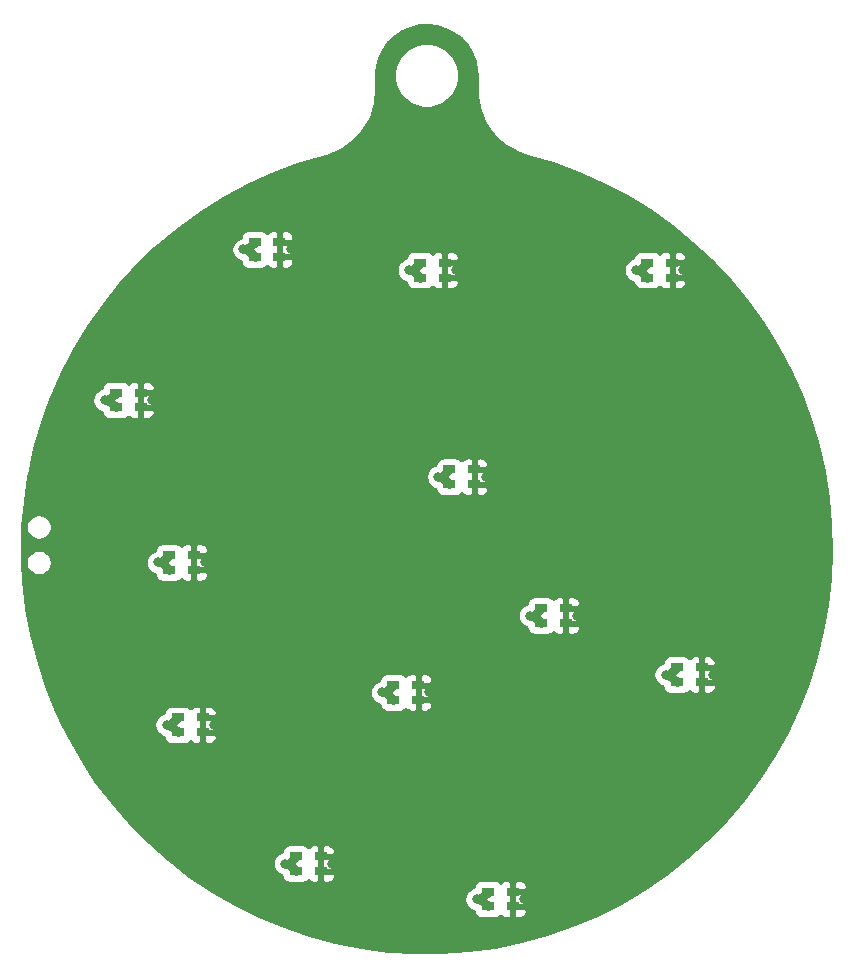
<source format=gbr>
%TF.GenerationSoftware,KiCad,Pcbnew,(5.1.10)-1*%
%TF.CreationDate,2021-10-20T07:52:33+02:00*%
%TF.ProjectId,TVZ_kuglica,54565a5f-6b75-4676-9c69-63612e6b6963,rev?*%
%TF.SameCoordinates,Original*%
%TF.FileFunction,Copper,L1,Top*%
%TF.FilePolarity,Positive*%
%FSLAX46Y46*%
G04 Gerber Fmt 4.6, Leading zero omitted, Abs format (unit mm)*
G04 Created by KiCad (PCBNEW (5.1.10)-1) date 2021-10-20 07:52:33*
%MOMM*%
%LPD*%
G01*
G04 APERTURE LIST*
%TA.AperFunction,SMDPad,CuDef*%
%ADD10R,1.100000X0.750000*%
%TD*%
%TA.AperFunction,ViaPad*%
%ADD11C,0.800000*%
%TD*%
%TA.AperFunction,Conductor*%
%ADD12C,0.762000*%
%TD*%
%TA.AperFunction,Conductor*%
%ADD13C,0.254000*%
%TD*%
%TA.AperFunction,Conductor*%
%ADD14C,0.100000*%
%TD*%
G04 APERTURE END LIST*
D10*
%TO.P,D1,1*%
%TO.N,Net-(D1-Pad1)*%
X110700000Y-86875000D03*
%TO.P,D1,2*%
%TO.N,GND*%
X112800000Y-86875000D03*
%TO.P,D1,1*%
%TO.N,Net-(D1-Pad1)*%
X110700000Y-88125000D03*
%TO.P,D1,2*%
%TO.N,GND*%
X112800000Y-88125000D03*
%TD*%
%TO.P,D2,2*%
%TO.N,GND*%
X124550000Y-75375000D03*
%TO.P,D2,1*%
%TO.N,Net-(D2-Pad1)*%
X122450000Y-75375000D03*
%TO.P,D2,2*%
%TO.N,GND*%
X124550000Y-74125000D03*
%TO.P,D2,1*%
%TO.N,Net-(D2-Pad1)*%
X122450000Y-74125000D03*
%TD*%
%TO.P,D3,1*%
%TO.N,Net-(D3-Pad1)*%
X155700000Y-75875000D03*
%TO.P,D3,2*%
%TO.N,GND*%
X157800000Y-75875000D03*
%TO.P,D3,1*%
%TO.N,Net-(D3-Pad1)*%
X155700000Y-77125000D03*
%TO.P,D3,2*%
%TO.N,GND*%
X157800000Y-77125000D03*
%TD*%
%TO.P,D4,2*%
%TO.N,GND*%
X136300000Y-112875000D03*
%TO.P,D4,1*%
%TO.N,Net-(D4-Pad1)*%
X134200000Y-112875000D03*
%TO.P,D4,2*%
%TO.N,GND*%
X136300000Y-111625000D03*
%TO.P,D4,1*%
%TO.N,Net-(D4-Pad1)*%
X134200000Y-111625000D03*
%TD*%
%TO.P,D5,1*%
%TO.N,Net-(D5-Pad1)*%
X115950000Y-114375000D03*
%TO.P,D5,2*%
%TO.N,GND*%
X118050000Y-114375000D03*
%TO.P,D5,1*%
%TO.N,Net-(D5-Pad1)*%
X115950000Y-115625000D03*
%TO.P,D5,2*%
%TO.N,GND*%
X118050000Y-115625000D03*
%TD*%
%TO.P,D6,2*%
%TO.N,GND*%
X117300000Y-101875000D03*
%TO.P,D6,1*%
%TO.N,Net-(D6-Pad1)*%
X115200000Y-101875000D03*
%TO.P,D6,2*%
%TO.N,GND*%
X117300000Y-100625000D03*
%TO.P,D6,1*%
%TO.N,Net-(D6-Pad1)*%
X115200000Y-100625000D03*
%TD*%
%TO.P,D7,1*%
%TO.N,Net-(D7-Pad1)*%
X142200000Y-129125000D03*
%TO.P,D7,2*%
%TO.N,GND*%
X144300000Y-129125000D03*
%TO.P,D7,1*%
%TO.N,Net-(D7-Pad1)*%
X142200000Y-130375000D03*
%TO.P,D7,2*%
%TO.N,GND*%
X144300000Y-130375000D03*
%TD*%
%TO.P,D8,2*%
%TO.N,GND*%
X160300000Y-111375000D03*
%TO.P,D8,1*%
%TO.N,Net-(D8-Pad1)*%
X158200000Y-111375000D03*
%TO.P,D8,2*%
%TO.N,GND*%
X160300000Y-110125000D03*
%TO.P,D8,1*%
%TO.N,Net-(D8-Pad1)*%
X158200000Y-110125000D03*
%TD*%
%TO.P,D9,1*%
%TO.N,Net-(D9-Pad1)*%
X136450000Y-75875000D03*
%TO.P,D9,2*%
%TO.N,GND*%
X138550000Y-75875000D03*
%TO.P,D9,1*%
%TO.N,Net-(D9-Pad1)*%
X136450000Y-77125000D03*
%TO.P,D9,2*%
%TO.N,GND*%
X138550000Y-77125000D03*
%TD*%
%TO.P,D10,2*%
%TO.N,GND*%
X148800000Y-106375000D03*
%TO.P,D10,1*%
%TO.N,Net-(D10-Pad1)*%
X146700000Y-106375000D03*
%TO.P,D10,2*%
%TO.N,GND*%
X148800000Y-105125000D03*
%TO.P,D10,1*%
%TO.N,Net-(D10-Pad1)*%
X146700000Y-105125000D03*
%TD*%
%TO.P,D11,1*%
%TO.N,Net-(D11-Pad1)*%
X125950000Y-126125000D03*
%TO.P,D11,2*%
%TO.N,GND*%
X128050000Y-126125000D03*
%TO.P,D11,1*%
%TO.N,Net-(D11-Pad1)*%
X125950000Y-127375000D03*
%TO.P,D11,2*%
%TO.N,GND*%
X128050000Y-127375000D03*
%TD*%
%TO.P,D12,1*%
%TO.N,Net-(D12-Pad1)*%
X138950000Y-93375000D03*
%TO.P,D12,2*%
%TO.N,GND*%
X141050000Y-93375000D03*
%TO.P,D12,1*%
%TO.N,Net-(D12-Pad1)*%
X138950000Y-94625000D03*
%TO.P,D12,2*%
%TO.N,GND*%
X141050000Y-94625000D03*
%TD*%
D11*
%TO.N,Net-(D1-Pad1)*%
X109750000Y-87500000D03*
%TO.N,GND*%
X125500000Y-74750000D03*
X113750000Y-87500000D03*
X158750000Y-76500000D03*
X139500000Y-76500000D03*
X142000000Y-94000000D03*
X118250000Y-101250000D03*
X149750000Y-105750000D03*
X161250000Y-110750000D03*
X137250000Y-112250000D03*
X129000000Y-126750000D03*
X119000000Y-115000000D03*
X145250000Y-129750000D03*
X151500000Y-79500000D03*
X129750000Y-73500000D03*
X120500000Y-81500000D03*
X126750000Y-92000000D03*
X158250000Y-90250000D03*
X154500000Y-99000000D03*
X166750000Y-103750000D03*
X147250000Y-108250000D03*
X163000000Y-116750000D03*
X145250000Y-116250000D03*
X124000000Y-107500000D03*
X111000000Y-107500000D03*
X115500000Y-125500000D03*
X139750000Y-125500000D03*
X141250000Y-132750000D03*
X154250000Y-123750000D03*
%TO.N,Net-(D2-Pad1)*%
X121500000Y-74750000D03*
%TO.N,Net-(D3-Pad1)*%
X154750000Y-76500000D03*
%TO.N,Net-(D4-Pad1)*%
X133250000Y-112250000D03*
%TO.N,Net-(D5-Pad1)*%
X115000000Y-115000000D03*
%TO.N,Net-(D6-Pad1)*%
X114250000Y-101250000D03*
%TO.N,Net-(D7-Pad1)*%
X141250000Y-129750000D03*
%TO.N,Net-(D8-Pad1)*%
X157250000Y-110750000D03*
%TO.N,Net-(D9-Pad1)*%
X135500000Y-76500000D03*
%TO.N,Net-(D10-Pad1)*%
X145750000Y-105750000D03*
%TO.N,Net-(D11-Pad1)*%
X125000000Y-126750000D03*
%TO.N,Net-(D12-Pad1)*%
X138000000Y-94000000D03*
%TD*%
D12*
%TO.N,Net-(D1-Pad1)*%
X110075000Y-87500000D02*
X110700000Y-86875000D01*
X110075000Y-87500000D02*
X110700000Y-88125000D01*
X109750000Y-87500000D02*
X110075000Y-87500000D01*
%TO.N,Net-(D2-Pad1)*%
X121825000Y-74750000D02*
X122450000Y-74125000D01*
X121825000Y-74750000D02*
X122450000Y-75375000D01*
X121500000Y-74750000D02*
X121825000Y-74750000D01*
%TO.N,Net-(D3-Pad1)*%
X155075000Y-76500000D02*
X155700000Y-75875000D01*
X155075000Y-76500000D02*
X155700000Y-77125000D01*
X154750000Y-76500000D02*
X155075000Y-76500000D01*
%TO.N,Net-(D4-Pad1)*%
X133575000Y-112250000D02*
X134200000Y-111625000D01*
X133575000Y-112250000D02*
X134200000Y-112875000D01*
X133250000Y-112250000D02*
X133575000Y-112250000D01*
%TO.N,Net-(D5-Pad1)*%
X115325000Y-115000000D02*
X115950000Y-114375000D01*
X115325000Y-115000000D02*
X115950000Y-115625000D01*
X115000000Y-115000000D02*
X115325000Y-115000000D01*
%TO.N,Net-(D6-Pad1)*%
X114575000Y-101250000D02*
X115200000Y-100625000D01*
X114575000Y-101250000D02*
X115200000Y-101875000D01*
X114250000Y-101250000D02*
X114575000Y-101250000D01*
%TO.N,Net-(D7-Pad1)*%
X141575000Y-129750000D02*
X142200000Y-129125000D01*
X141575000Y-129750000D02*
X142200000Y-130375000D01*
X141250000Y-129750000D02*
X141575000Y-129750000D01*
%TO.N,Net-(D8-Pad1)*%
X157575000Y-110750000D02*
X158200000Y-110125000D01*
X157575000Y-110750000D02*
X158200000Y-111375000D01*
X157250000Y-110750000D02*
X157575000Y-110750000D01*
%TO.N,Net-(D9-Pad1)*%
X135825000Y-76500000D02*
X136450000Y-75875000D01*
X135825000Y-76500000D02*
X136450000Y-77125000D01*
X135500000Y-76500000D02*
X135825000Y-76500000D01*
%TO.N,Net-(D10-Pad1)*%
X146075000Y-105750000D02*
X146700000Y-105125000D01*
X146075000Y-105750000D02*
X146700000Y-106375000D01*
X145750000Y-105750000D02*
X146075000Y-105750000D01*
%TO.N,Net-(D11-Pad1)*%
X125325000Y-126750000D02*
X125950000Y-126125000D01*
X125325000Y-126750000D02*
X125950000Y-127375000D01*
X125000000Y-126750000D02*
X125325000Y-126750000D01*
%TO.N,Net-(D12-Pad1)*%
X138325000Y-94000000D02*
X138950000Y-93375000D01*
X138325000Y-94000000D02*
X138950000Y-94625000D01*
X138000000Y-94000000D02*
X138325000Y-94000000D01*
%TD*%
D13*
%TO.N,GND*%
X137886138Y-55831059D02*
X138610388Y-56053867D01*
X139283738Y-56401409D01*
X139884901Y-56862699D01*
X140394872Y-57423149D01*
X140797540Y-58065057D01*
X141080170Y-58768122D01*
X141236190Y-59521513D01*
X141265000Y-60021169D01*
X141265001Y-61306272D01*
X141266298Y-61319440D01*
X141278413Y-61656049D01*
X141278863Y-61659632D01*
X141278707Y-61663242D01*
X141287438Y-61747410D01*
X141429908Y-62624862D01*
X141435629Y-62647269D01*
X141438736Y-62670183D01*
X141462234Y-62751474D01*
X141757835Y-63589830D01*
X141767433Y-63610870D01*
X141774549Y-63632871D01*
X141812059Y-63708691D01*
X141812071Y-63708717D01*
X141812077Y-63708725D01*
X142251461Y-64481476D01*
X142264630Y-64500478D01*
X142275533Y-64520879D01*
X142325894Y-64588881D01*
X142895182Y-65271616D01*
X142911512Y-65287990D01*
X142925851Y-65306132D01*
X142987458Y-65364142D01*
X143668651Y-65935276D01*
X143687625Y-65948502D01*
X143704950Y-65963817D01*
X143775855Y-66010000D01*
X144547423Y-66451478D01*
X144568436Y-66461133D01*
X144588200Y-66473139D01*
X144666163Y-66506036D01*
X145503715Y-66803905D01*
X145508021Y-66805017D01*
X145525587Y-66811299D01*
X145542755Y-66816572D01*
X147746053Y-67464098D01*
X149878711Y-68247813D01*
X151954729Y-69171140D01*
X153965017Y-70230036D01*
X155900673Y-71419812D01*
X157753239Y-72735268D01*
X159514561Y-74170616D01*
X161176886Y-75719540D01*
X162732884Y-77375207D01*
X164175738Y-79130360D01*
X165499106Y-80977290D01*
X166697162Y-82907865D01*
X167764630Y-84913581D01*
X168696830Y-86985643D01*
X169489658Y-89114933D01*
X170139624Y-91292080D01*
X170643873Y-93507517D01*
X171000188Y-95751501D01*
X171207004Y-98014175D01*
X171263407Y-100285560D01*
X171169153Y-102555700D01*
X170924654Y-104814605D01*
X170530986Y-107052337D01*
X169989882Y-109259064D01*
X169303718Y-111425077D01*
X168475512Y-113540851D01*
X167508906Y-115597090D01*
X166408155Y-117584736D01*
X165178083Y-119495080D01*
X163824120Y-121319689D01*
X162352204Y-123050560D01*
X160768823Y-124680064D01*
X159080926Y-126201055D01*
X157295931Y-127606843D01*
X155421695Y-128891239D01*
X153466456Y-130048599D01*
X151438820Y-131073832D01*
X149347702Y-131962428D01*
X147202263Y-132710493D01*
X145011999Y-133314718D01*
X142786467Y-133772464D01*
X140535523Y-134081705D01*
X138269022Y-134241089D01*
X135996953Y-134249911D01*
X133729262Y-134108134D01*
X131475992Y-133816385D01*
X129246983Y-133375938D01*
X127052076Y-132788738D01*
X124900917Y-132057366D01*
X122802939Y-131185029D01*
X120767401Y-130175574D01*
X119860225Y-129648061D01*
X140215000Y-129648061D01*
X140215000Y-129851939D01*
X140254774Y-130051898D01*
X140332795Y-130240256D01*
X140446063Y-130409774D01*
X140590226Y-130553937D01*
X140759744Y-130667205D01*
X140948102Y-130745226D01*
X141012724Y-130758080D01*
X141024188Y-130874482D01*
X141060498Y-130994180D01*
X141119463Y-131104494D01*
X141198815Y-131201185D01*
X141295506Y-131280537D01*
X141405820Y-131339502D01*
X141525518Y-131375812D01*
X141650000Y-131388072D01*
X142120375Y-131388072D01*
X142199999Y-131395914D01*
X142279623Y-131388072D01*
X142750000Y-131388072D01*
X142874482Y-131375812D01*
X142994180Y-131339502D01*
X143104494Y-131280537D01*
X143201185Y-131201185D01*
X143250000Y-131141704D01*
X143298815Y-131201185D01*
X143395506Y-131280537D01*
X143505820Y-131339502D01*
X143625518Y-131375812D01*
X143750000Y-131388072D01*
X144014250Y-131385000D01*
X144173000Y-131226250D01*
X144173000Y-130502000D01*
X144427000Y-130502000D01*
X144427000Y-131226250D01*
X144585750Y-131385000D01*
X144850000Y-131388072D01*
X144974482Y-131375812D01*
X145094180Y-131339502D01*
X145204494Y-131280537D01*
X145301185Y-131201185D01*
X145380537Y-131104494D01*
X145439502Y-130994180D01*
X145475812Y-130874482D01*
X145488072Y-130750000D01*
X145485000Y-130660750D01*
X145326250Y-130502000D01*
X144427000Y-130502000D01*
X144173000Y-130502000D01*
X144153000Y-130502000D01*
X144153000Y-130248000D01*
X144173000Y-130248000D01*
X144173000Y-129252000D01*
X144427000Y-129252000D01*
X144427000Y-130248000D01*
X145326250Y-130248000D01*
X145485000Y-130089250D01*
X145488072Y-130000000D01*
X145475812Y-129875518D01*
X145439502Y-129755820D01*
X145436391Y-129750000D01*
X145439502Y-129744180D01*
X145475812Y-129624482D01*
X145488072Y-129500000D01*
X145485000Y-129410750D01*
X145326250Y-129252000D01*
X144427000Y-129252000D01*
X144173000Y-129252000D01*
X144153000Y-129252000D01*
X144153000Y-128998000D01*
X144173000Y-128998000D01*
X144173000Y-128273750D01*
X144427000Y-128273750D01*
X144427000Y-128998000D01*
X145326250Y-128998000D01*
X145485000Y-128839250D01*
X145488072Y-128750000D01*
X145475812Y-128625518D01*
X145439502Y-128505820D01*
X145380537Y-128395506D01*
X145301185Y-128298815D01*
X145204494Y-128219463D01*
X145094180Y-128160498D01*
X144974482Y-128124188D01*
X144850000Y-128111928D01*
X144585750Y-128115000D01*
X144427000Y-128273750D01*
X144173000Y-128273750D01*
X144014250Y-128115000D01*
X143750000Y-128111928D01*
X143625518Y-128124188D01*
X143505820Y-128160498D01*
X143395506Y-128219463D01*
X143298815Y-128298815D01*
X143250000Y-128358296D01*
X143201185Y-128298815D01*
X143104494Y-128219463D01*
X142994180Y-128160498D01*
X142874482Y-128124188D01*
X142750000Y-128111928D01*
X142279623Y-128111928D01*
X142199999Y-128104086D01*
X142120375Y-128111928D01*
X141650000Y-128111928D01*
X141525518Y-128124188D01*
X141405820Y-128160498D01*
X141295506Y-128219463D01*
X141198815Y-128298815D01*
X141119463Y-128395506D01*
X141060498Y-128505820D01*
X141024188Y-128625518D01*
X141012724Y-128741920D01*
X140948102Y-128754774D01*
X140759744Y-128832795D01*
X140590226Y-128946063D01*
X140446063Y-129090226D01*
X140332795Y-129259744D01*
X140254774Y-129448102D01*
X140215000Y-129648061D01*
X119860225Y-129648061D01*
X118803237Y-129033435D01*
X116919085Y-127763634D01*
X115479732Y-126648061D01*
X123965000Y-126648061D01*
X123965000Y-126851939D01*
X124004774Y-127051898D01*
X124082795Y-127240256D01*
X124196063Y-127409774D01*
X124340226Y-127553937D01*
X124509744Y-127667205D01*
X124698102Y-127745226D01*
X124762724Y-127758080D01*
X124774188Y-127874482D01*
X124810498Y-127994180D01*
X124869463Y-128104494D01*
X124948815Y-128201185D01*
X125045506Y-128280537D01*
X125155820Y-128339502D01*
X125275518Y-128375812D01*
X125400000Y-128388072D01*
X125870375Y-128388072D01*
X125949999Y-128395914D01*
X126029623Y-128388072D01*
X126500000Y-128388072D01*
X126624482Y-128375812D01*
X126744180Y-128339502D01*
X126854494Y-128280537D01*
X126951185Y-128201185D01*
X127000000Y-128141704D01*
X127048815Y-128201185D01*
X127145506Y-128280537D01*
X127255820Y-128339502D01*
X127375518Y-128375812D01*
X127500000Y-128388072D01*
X127764250Y-128385000D01*
X127923000Y-128226250D01*
X127923000Y-127502000D01*
X128177000Y-127502000D01*
X128177000Y-128226250D01*
X128335750Y-128385000D01*
X128600000Y-128388072D01*
X128724482Y-128375812D01*
X128844180Y-128339502D01*
X128954494Y-128280537D01*
X129051185Y-128201185D01*
X129130537Y-128104494D01*
X129189502Y-127994180D01*
X129225812Y-127874482D01*
X129238072Y-127750000D01*
X129235000Y-127660750D01*
X129076250Y-127502000D01*
X128177000Y-127502000D01*
X127923000Y-127502000D01*
X127903000Y-127502000D01*
X127903000Y-127248000D01*
X127923000Y-127248000D01*
X127923000Y-126252000D01*
X128177000Y-126252000D01*
X128177000Y-127248000D01*
X129076250Y-127248000D01*
X129235000Y-127089250D01*
X129238072Y-127000000D01*
X129225812Y-126875518D01*
X129189502Y-126755820D01*
X129186391Y-126750000D01*
X129189502Y-126744180D01*
X129225812Y-126624482D01*
X129238072Y-126500000D01*
X129235000Y-126410750D01*
X129076250Y-126252000D01*
X128177000Y-126252000D01*
X127923000Y-126252000D01*
X127903000Y-126252000D01*
X127903000Y-125998000D01*
X127923000Y-125998000D01*
X127923000Y-125273750D01*
X128177000Y-125273750D01*
X128177000Y-125998000D01*
X129076250Y-125998000D01*
X129235000Y-125839250D01*
X129238072Y-125750000D01*
X129225812Y-125625518D01*
X129189502Y-125505820D01*
X129130537Y-125395506D01*
X129051185Y-125298815D01*
X128954494Y-125219463D01*
X128844180Y-125160498D01*
X128724482Y-125124188D01*
X128600000Y-125111928D01*
X128335750Y-125115000D01*
X128177000Y-125273750D01*
X127923000Y-125273750D01*
X127764250Y-125115000D01*
X127500000Y-125111928D01*
X127375518Y-125124188D01*
X127255820Y-125160498D01*
X127145506Y-125219463D01*
X127048815Y-125298815D01*
X127000000Y-125358296D01*
X126951185Y-125298815D01*
X126854494Y-125219463D01*
X126744180Y-125160498D01*
X126624482Y-125124188D01*
X126500000Y-125111928D01*
X126029623Y-125111928D01*
X125949999Y-125104086D01*
X125870375Y-125111928D01*
X125400000Y-125111928D01*
X125275518Y-125124188D01*
X125155820Y-125160498D01*
X125045506Y-125219463D01*
X124948815Y-125298815D01*
X124869463Y-125395506D01*
X124810498Y-125505820D01*
X124774188Y-125625518D01*
X124762724Y-125741920D01*
X124698102Y-125754774D01*
X124509744Y-125832795D01*
X124340226Y-125946063D01*
X124196063Y-126090226D01*
X124082795Y-126259744D01*
X124004774Y-126448102D01*
X123965000Y-126648061D01*
X115479732Y-126648061D01*
X115123223Y-126371749D01*
X113423564Y-124863914D01*
X111827572Y-123246751D01*
X110342263Y-121527368D01*
X108974171Y-119713331D01*
X107729304Y-117812605D01*
X106613144Y-115833557D01*
X106164478Y-114898061D01*
X113965000Y-114898061D01*
X113965000Y-115101939D01*
X114004774Y-115301898D01*
X114082795Y-115490256D01*
X114196063Y-115659774D01*
X114340226Y-115803937D01*
X114509744Y-115917205D01*
X114698102Y-115995226D01*
X114762724Y-116008080D01*
X114774188Y-116124482D01*
X114810498Y-116244180D01*
X114869463Y-116354494D01*
X114948815Y-116451185D01*
X115045506Y-116530537D01*
X115155820Y-116589502D01*
X115275518Y-116625812D01*
X115400000Y-116638072D01*
X115870375Y-116638072D01*
X115949999Y-116645914D01*
X116029623Y-116638072D01*
X116500000Y-116638072D01*
X116624482Y-116625812D01*
X116744180Y-116589502D01*
X116854494Y-116530537D01*
X116951185Y-116451185D01*
X117000000Y-116391704D01*
X117048815Y-116451185D01*
X117145506Y-116530537D01*
X117255820Y-116589502D01*
X117375518Y-116625812D01*
X117500000Y-116638072D01*
X117764250Y-116635000D01*
X117923000Y-116476250D01*
X117923000Y-115752000D01*
X118177000Y-115752000D01*
X118177000Y-116476250D01*
X118335750Y-116635000D01*
X118600000Y-116638072D01*
X118724482Y-116625812D01*
X118844180Y-116589502D01*
X118954494Y-116530537D01*
X119051185Y-116451185D01*
X119130537Y-116354494D01*
X119189502Y-116244180D01*
X119225812Y-116124482D01*
X119238072Y-116000000D01*
X119235000Y-115910750D01*
X119076250Y-115752000D01*
X118177000Y-115752000D01*
X117923000Y-115752000D01*
X117903000Y-115752000D01*
X117903000Y-115498000D01*
X117923000Y-115498000D01*
X117923000Y-114502000D01*
X118177000Y-114502000D01*
X118177000Y-115498000D01*
X119076250Y-115498000D01*
X119235000Y-115339250D01*
X119238072Y-115250000D01*
X119225812Y-115125518D01*
X119189502Y-115005820D01*
X119186391Y-115000000D01*
X119189502Y-114994180D01*
X119225812Y-114874482D01*
X119238072Y-114750000D01*
X119235000Y-114660750D01*
X119076250Y-114502000D01*
X118177000Y-114502000D01*
X117923000Y-114502000D01*
X117903000Y-114502000D01*
X117903000Y-114248000D01*
X117923000Y-114248000D01*
X117923000Y-113523750D01*
X118177000Y-113523750D01*
X118177000Y-114248000D01*
X119076250Y-114248000D01*
X119235000Y-114089250D01*
X119238072Y-114000000D01*
X119225812Y-113875518D01*
X119189502Y-113755820D01*
X119130537Y-113645506D01*
X119051185Y-113548815D01*
X118954494Y-113469463D01*
X118844180Y-113410498D01*
X118724482Y-113374188D01*
X118600000Y-113361928D01*
X118335750Y-113365000D01*
X118177000Y-113523750D01*
X117923000Y-113523750D01*
X117764250Y-113365000D01*
X117500000Y-113361928D01*
X117375518Y-113374188D01*
X117255820Y-113410498D01*
X117145506Y-113469463D01*
X117048815Y-113548815D01*
X117000000Y-113608296D01*
X116951185Y-113548815D01*
X116854494Y-113469463D01*
X116744180Y-113410498D01*
X116624482Y-113374188D01*
X116500000Y-113361928D01*
X116029623Y-113361928D01*
X115949999Y-113354086D01*
X115870375Y-113361928D01*
X115400000Y-113361928D01*
X115275518Y-113374188D01*
X115155820Y-113410498D01*
X115045506Y-113469463D01*
X114948815Y-113548815D01*
X114869463Y-113645506D01*
X114810498Y-113755820D01*
X114774188Y-113875518D01*
X114762724Y-113991920D01*
X114698102Y-114004774D01*
X114509744Y-114082795D01*
X114340226Y-114196063D01*
X114196063Y-114340226D01*
X114082795Y-114509744D01*
X114004774Y-114698102D01*
X113965000Y-114898061D01*
X106164478Y-114898061D01*
X105630601Y-113784897D01*
X104975169Y-112148061D01*
X132215000Y-112148061D01*
X132215000Y-112351939D01*
X132254774Y-112551898D01*
X132332795Y-112740256D01*
X132446063Y-112909774D01*
X132590226Y-113053937D01*
X132759744Y-113167205D01*
X132948102Y-113245226D01*
X133012724Y-113258080D01*
X133024188Y-113374482D01*
X133060498Y-113494180D01*
X133119463Y-113604494D01*
X133198815Y-113701185D01*
X133295506Y-113780537D01*
X133405820Y-113839502D01*
X133525518Y-113875812D01*
X133650000Y-113888072D01*
X134120375Y-113888072D01*
X134199999Y-113895914D01*
X134279623Y-113888072D01*
X134750000Y-113888072D01*
X134874482Y-113875812D01*
X134994180Y-113839502D01*
X135104494Y-113780537D01*
X135201185Y-113701185D01*
X135250000Y-113641704D01*
X135298815Y-113701185D01*
X135395506Y-113780537D01*
X135505820Y-113839502D01*
X135625518Y-113875812D01*
X135750000Y-113888072D01*
X136014250Y-113885000D01*
X136173000Y-113726250D01*
X136173000Y-113002000D01*
X136427000Y-113002000D01*
X136427000Y-113726250D01*
X136585750Y-113885000D01*
X136850000Y-113888072D01*
X136974482Y-113875812D01*
X137094180Y-113839502D01*
X137204494Y-113780537D01*
X137301185Y-113701185D01*
X137380537Y-113604494D01*
X137439502Y-113494180D01*
X137475812Y-113374482D01*
X137488072Y-113250000D01*
X137485000Y-113160750D01*
X137326250Y-113002000D01*
X136427000Y-113002000D01*
X136173000Y-113002000D01*
X136153000Y-113002000D01*
X136153000Y-112748000D01*
X136173000Y-112748000D01*
X136173000Y-111752000D01*
X136427000Y-111752000D01*
X136427000Y-112748000D01*
X137326250Y-112748000D01*
X137485000Y-112589250D01*
X137488072Y-112500000D01*
X137475812Y-112375518D01*
X137439502Y-112255820D01*
X137436391Y-112250000D01*
X137439502Y-112244180D01*
X137475812Y-112124482D01*
X137488072Y-112000000D01*
X137485000Y-111910750D01*
X137326250Y-111752000D01*
X136427000Y-111752000D01*
X136173000Y-111752000D01*
X136153000Y-111752000D01*
X136153000Y-111498000D01*
X136173000Y-111498000D01*
X136173000Y-110773750D01*
X136427000Y-110773750D01*
X136427000Y-111498000D01*
X137326250Y-111498000D01*
X137485000Y-111339250D01*
X137488072Y-111250000D01*
X137475812Y-111125518D01*
X137439502Y-111005820D01*
X137380537Y-110895506D01*
X137301185Y-110798815D01*
X137204494Y-110719463D01*
X137094180Y-110660498D01*
X137053181Y-110648061D01*
X156215000Y-110648061D01*
X156215000Y-110851939D01*
X156254774Y-111051898D01*
X156332795Y-111240256D01*
X156446063Y-111409774D01*
X156590226Y-111553937D01*
X156759744Y-111667205D01*
X156948102Y-111745226D01*
X157012724Y-111758080D01*
X157024188Y-111874482D01*
X157060498Y-111994180D01*
X157119463Y-112104494D01*
X157198815Y-112201185D01*
X157295506Y-112280537D01*
X157405820Y-112339502D01*
X157525518Y-112375812D01*
X157650000Y-112388072D01*
X158120375Y-112388072D01*
X158199999Y-112395914D01*
X158279623Y-112388072D01*
X158750000Y-112388072D01*
X158874482Y-112375812D01*
X158994180Y-112339502D01*
X159104494Y-112280537D01*
X159201185Y-112201185D01*
X159250000Y-112141704D01*
X159298815Y-112201185D01*
X159395506Y-112280537D01*
X159505820Y-112339502D01*
X159625518Y-112375812D01*
X159750000Y-112388072D01*
X160014250Y-112385000D01*
X160173000Y-112226250D01*
X160173000Y-111502000D01*
X160427000Y-111502000D01*
X160427000Y-112226250D01*
X160585750Y-112385000D01*
X160850000Y-112388072D01*
X160974482Y-112375812D01*
X161094180Y-112339502D01*
X161204494Y-112280537D01*
X161301185Y-112201185D01*
X161380537Y-112104494D01*
X161439502Y-111994180D01*
X161475812Y-111874482D01*
X161488072Y-111750000D01*
X161485000Y-111660750D01*
X161326250Y-111502000D01*
X160427000Y-111502000D01*
X160173000Y-111502000D01*
X160153000Y-111502000D01*
X160153000Y-111248000D01*
X160173000Y-111248000D01*
X160173000Y-110252000D01*
X160427000Y-110252000D01*
X160427000Y-111248000D01*
X161326250Y-111248000D01*
X161485000Y-111089250D01*
X161488072Y-111000000D01*
X161475812Y-110875518D01*
X161439502Y-110755820D01*
X161436391Y-110750000D01*
X161439502Y-110744180D01*
X161475812Y-110624482D01*
X161488072Y-110500000D01*
X161485000Y-110410750D01*
X161326250Y-110252000D01*
X160427000Y-110252000D01*
X160173000Y-110252000D01*
X160153000Y-110252000D01*
X160153000Y-109998000D01*
X160173000Y-109998000D01*
X160173000Y-109273750D01*
X160427000Y-109273750D01*
X160427000Y-109998000D01*
X161326250Y-109998000D01*
X161485000Y-109839250D01*
X161488072Y-109750000D01*
X161475812Y-109625518D01*
X161439502Y-109505820D01*
X161380537Y-109395506D01*
X161301185Y-109298815D01*
X161204494Y-109219463D01*
X161094180Y-109160498D01*
X160974482Y-109124188D01*
X160850000Y-109111928D01*
X160585750Y-109115000D01*
X160427000Y-109273750D01*
X160173000Y-109273750D01*
X160014250Y-109115000D01*
X159750000Y-109111928D01*
X159625518Y-109124188D01*
X159505820Y-109160498D01*
X159395506Y-109219463D01*
X159298815Y-109298815D01*
X159250000Y-109358296D01*
X159201185Y-109298815D01*
X159104494Y-109219463D01*
X158994180Y-109160498D01*
X158874482Y-109124188D01*
X158750000Y-109111928D01*
X158279623Y-109111928D01*
X158199999Y-109104086D01*
X158120375Y-109111928D01*
X157650000Y-109111928D01*
X157525518Y-109124188D01*
X157405820Y-109160498D01*
X157295506Y-109219463D01*
X157198815Y-109298815D01*
X157119463Y-109395506D01*
X157060498Y-109505820D01*
X157024188Y-109625518D01*
X157012724Y-109741920D01*
X156948102Y-109754774D01*
X156759744Y-109832795D01*
X156590226Y-109946063D01*
X156446063Y-110090226D01*
X156332795Y-110259744D01*
X156254774Y-110448102D01*
X156215000Y-110648061D01*
X137053181Y-110648061D01*
X136974482Y-110624188D01*
X136850000Y-110611928D01*
X136585750Y-110615000D01*
X136427000Y-110773750D01*
X136173000Y-110773750D01*
X136014250Y-110615000D01*
X135750000Y-110611928D01*
X135625518Y-110624188D01*
X135505820Y-110660498D01*
X135395506Y-110719463D01*
X135298815Y-110798815D01*
X135250000Y-110858296D01*
X135201185Y-110798815D01*
X135104494Y-110719463D01*
X134994180Y-110660498D01*
X134874482Y-110624188D01*
X134750000Y-110611928D01*
X134279623Y-110611928D01*
X134199999Y-110604086D01*
X134120375Y-110611928D01*
X133650000Y-110611928D01*
X133525518Y-110624188D01*
X133405820Y-110660498D01*
X133295506Y-110719463D01*
X133198815Y-110798815D01*
X133119463Y-110895506D01*
X133060498Y-111005820D01*
X133024188Y-111125518D01*
X133012724Y-111241920D01*
X132948102Y-111254774D01*
X132759744Y-111332795D01*
X132590226Y-111446063D01*
X132446063Y-111590226D01*
X132332795Y-111759744D01*
X132254774Y-111948102D01*
X132215000Y-112148061D01*
X104975169Y-112148061D01*
X104785986Y-111675609D01*
X104083026Y-109515005D01*
X103524797Y-107312547D01*
X103218632Y-105648061D01*
X144715000Y-105648061D01*
X144715000Y-105851939D01*
X144754774Y-106051898D01*
X144832795Y-106240256D01*
X144946063Y-106409774D01*
X145090226Y-106553937D01*
X145259744Y-106667205D01*
X145448102Y-106745226D01*
X145512724Y-106758080D01*
X145524188Y-106874482D01*
X145560498Y-106994180D01*
X145619463Y-107104494D01*
X145698815Y-107201185D01*
X145795506Y-107280537D01*
X145905820Y-107339502D01*
X146025518Y-107375812D01*
X146150000Y-107388072D01*
X146620375Y-107388072D01*
X146699999Y-107395914D01*
X146779623Y-107388072D01*
X147250000Y-107388072D01*
X147374482Y-107375812D01*
X147494180Y-107339502D01*
X147604494Y-107280537D01*
X147701185Y-107201185D01*
X147750000Y-107141704D01*
X147798815Y-107201185D01*
X147895506Y-107280537D01*
X148005820Y-107339502D01*
X148125518Y-107375812D01*
X148250000Y-107388072D01*
X148514250Y-107385000D01*
X148673000Y-107226250D01*
X148673000Y-106502000D01*
X148927000Y-106502000D01*
X148927000Y-107226250D01*
X149085750Y-107385000D01*
X149350000Y-107388072D01*
X149474482Y-107375812D01*
X149594180Y-107339502D01*
X149704494Y-107280537D01*
X149801185Y-107201185D01*
X149880537Y-107104494D01*
X149939502Y-106994180D01*
X149975812Y-106874482D01*
X149988072Y-106750000D01*
X149985000Y-106660750D01*
X149826250Y-106502000D01*
X148927000Y-106502000D01*
X148673000Y-106502000D01*
X148653000Y-106502000D01*
X148653000Y-106248000D01*
X148673000Y-106248000D01*
X148673000Y-105252000D01*
X148927000Y-105252000D01*
X148927000Y-106248000D01*
X149826250Y-106248000D01*
X149985000Y-106089250D01*
X149988072Y-106000000D01*
X149975812Y-105875518D01*
X149939502Y-105755820D01*
X149936391Y-105750000D01*
X149939502Y-105744180D01*
X149975812Y-105624482D01*
X149988072Y-105500000D01*
X149985000Y-105410750D01*
X149826250Y-105252000D01*
X148927000Y-105252000D01*
X148673000Y-105252000D01*
X148653000Y-105252000D01*
X148653000Y-104998000D01*
X148673000Y-104998000D01*
X148673000Y-104273750D01*
X148927000Y-104273750D01*
X148927000Y-104998000D01*
X149826250Y-104998000D01*
X149985000Y-104839250D01*
X149988072Y-104750000D01*
X149975812Y-104625518D01*
X149939502Y-104505820D01*
X149880537Y-104395506D01*
X149801185Y-104298815D01*
X149704494Y-104219463D01*
X149594180Y-104160498D01*
X149474482Y-104124188D01*
X149350000Y-104111928D01*
X149085750Y-104115000D01*
X148927000Y-104273750D01*
X148673000Y-104273750D01*
X148514250Y-104115000D01*
X148250000Y-104111928D01*
X148125518Y-104124188D01*
X148005820Y-104160498D01*
X147895506Y-104219463D01*
X147798815Y-104298815D01*
X147750000Y-104358296D01*
X147701185Y-104298815D01*
X147604494Y-104219463D01*
X147494180Y-104160498D01*
X147374482Y-104124188D01*
X147250000Y-104111928D01*
X146779623Y-104111928D01*
X146699999Y-104104086D01*
X146620375Y-104111928D01*
X146150000Y-104111928D01*
X146025518Y-104124188D01*
X145905820Y-104160498D01*
X145795506Y-104219463D01*
X145698815Y-104298815D01*
X145619463Y-104395506D01*
X145560498Y-104505820D01*
X145524188Y-104625518D01*
X145512724Y-104741920D01*
X145448102Y-104754774D01*
X145259744Y-104832795D01*
X145090226Y-104946063D01*
X144946063Y-105090226D01*
X144832795Y-105259744D01*
X144754774Y-105448102D01*
X144715000Y-105648061D01*
X103218632Y-105648061D01*
X103113763Y-105077935D01*
X102851726Y-102820985D01*
X102769006Y-101143137D01*
X103085000Y-101143137D01*
X103085000Y-101356863D01*
X103126696Y-101566483D01*
X103208485Y-101763940D01*
X103327225Y-101941647D01*
X103478353Y-102092775D01*
X103656060Y-102211515D01*
X103853517Y-102293304D01*
X104063137Y-102335000D01*
X104276863Y-102335000D01*
X104486483Y-102293304D01*
X104683940Y-102211515D01*
X104861647Y-102092775D01*
X105012775Y-101941647D01*
X105131515Y-101763940D01*
X105213304Y-101566483D01*
X105255000Y-101356863D01*
X105255000Y-101148061D01*
X113215000Y-101148061D01*
X113215000Y-101351939D01*
X113254774Y-101551898D01*
X113332795Y-101740256D01*
X113446063Y-101909774D01*
X113590226Y-102053937D01*
X113759744Y-102167205D01*
X113948102Y-102245226D01*
X114012724Y-102258080D01*
X114024188Y-102374482D01*
X114060498Y-102494180D01*
X114119463Y-102604494D01*
X114198815Y-102701185D01*
X114295506Y-102780537D01*
X114405820Y-102839502D01*
X114525518Y-102875812D01*
X114650000Y-102888072D01*
X115120375Y-102888072D01*
X115199999Y-102895914D01*
X115279623Y-102888072D01*
X115750000Y-102888072D01*
X115874482Y-102875812D01*
X115994180Y-102839502D01*
X116104494Y-102780537D01*
X116201185Y-102701185D01*
X116250000Y-102641704D01*
X116298815Y-102701185D01*
X116395506Y-102780537D01*
X116505820Y-102839502D01*
X116625518Y-102875812D01*
X116750000Y-102888072D01*
X117014250Y-102885000D01*
X117173000Y-102726250D01*
X117173000Y-102002000D01*
X117427000Y-102002000D01*
X117427000Y-102726250D01*
X117585750Y-102885000D01*
X117850000Y-102888072D01*
X117974482Y-102875812D01*
X118094180Y-102839502D01*
X118204494Y-102780537D01*
X118301185Y-102701185D01*
X118380537Y-102604494D01*
X118439502Y-102494180D01*
X118475812Y-102374482D01*
X118488072Y-102250000D01*
X118485000Y-102160750D01*
X118326250Y-102002000D01*
X117427000Y-102002000D01*
X117173000Y-102002000D01*
X117153000Y-102002000D01*
X117153000Y-101748000D01*
X117173000Y-101748000D01*
X117173000Y-100752000D01*
X117427000Y-100752000D01*
X117427000Y-101748000D01*
X118326250Y-101748000D01*
X118485000Y-101589250D01*
X118488072Y-101500000D01*
X118475812Y-101375518D01*
X118439502Y-101255820D01*
X118436391Y-101250000D01*
X118439502Y-101244180D01*
X118475812Y-101124482D01*
X118488072Y-101000000D01*
X118485000Y-100910750D01*
X118326250Y-100752000D01*
X117427000Y-100752000D01*
X117173000Y-100752000D01*
X117153000Y-100752000D01*
X117153000Y-100498000D01*
X117173000Y-100498000D01*
X117173000Y-99773750D01*
X117427000Y-99773750D01*
X117427000Y-100498000D01*
X118326250Y-100498000D01*
X118485000Y-100339250D01*
X118488072Y-100250000D01*
X118475812Y-100125518D01*
X118439502Y-100005820D01*
X118380537Y-99895506D01*
X118301185Y-99798815D01*
X118204494Y-99719463D01*
X118094180Y-99660498D01*
X117974482Y-99624188D01*
X117850000Y-99611928D01*
X117585750Y-99615000D01*
X117427000Y-99773750D01*
X117173000Y-99773750D01*
X117014250Y-99615000D01*
X116750000Y-99611928D01*
X116625518Y-99624188D01*
X116505820Y-99660498D01*
X116395506Y-99719463D01*
X116298815Y-99798815D01*
X116250000Y-99858296D01*
X116201185Y-99798815D01*
X116104494Y-99719463D01*
X115994180Y-99660498D01*
X115874482Y-99624188D01*
X115750000Y-99611928D01*
X115279623Y-99611928D01*
X115199999Y-99604086D01*
X115120375Y-99611928D01*
X114650000Y-99611928D01*
X114525518Y-99624188D01*
X114405820Y-99660498D01*
X114295506Y-99719463D01*
X114198815Y-99798815D01*
X114119463Y-99895506D01*
X114060498Y-100005820D01*
X114024188Y-100125518D01*
X114012724Y-100241920D01*
X113948102Y-100254774D01*
X113759744Y-100332795D01*
X113590226Y-100446063D01*
X113446063Y-100590226D01*
X113332795Y-100759744D01*
X113254774Y-100948102D01*
X113215000Y-101148061D01*
X105255000Y-101148061D01*
X105255000Y-101143137D01*
X105213304Y-100933517D01*
X105131515Y-100736060D01*
X105012775Y-100558353D01*
X104861647Y-100407225D01*
X104683940Y-100288485D01*
X104486483Y-100206696D01*
X104276863Y-100165000D01*
X104063137Y-100165000D01*
X103853517Y-100206696D01*
X103656060Y-100288485D01*
X103478353Y-100407225D01*
X103327225Y-100558353D01*
X103208485Y-100736060D01*
X103126696Y-100933517D01*
X103085000Y-101143137D01*
X102769006Y-101143137D01*
X102739845Y-100551658D01*
X102778607Y-98279882D01*
X102790035Y-98143137D01*
X103085000Y-98143137D01*
X103085000Y-98356863D01*
X103126696Y-98566483D01*
X103208485Y-98763940D01*
X103327225Y-98941647D01*
X103478353Y-99092775D01*
X103656060Y-99211515D01*
X103853517Y-99293304D01*
X104063137Y-99335000D01*
X104276863Y-99335000D01*
X104486483Y-99293304D01*
X104683940Y-99211515D01*
X104861647Y-99092775D01*
X105012775Y-98941647D01*
X105131515Y-98763940D01*
X105213304Y-98566483D01*
X105255000Y-98356863D01*
X105255000Y-98143137D01*
X105213304Y-97933517D01*
X105131515Y-97736060D01*
X105012775Y-97558353D01*
X104861647Y-97407225D01*
X104683940Y-97288485D01*
X104486483Y-97206696D01*
X104276863Y-97165000D01*
X104063137Y-97165000D01*
X103853517Y-97206696D01*
X103656060Y-97288485D01*
X103478353Y-97407225D01*
X103327225Y-97558353D01*
X103208485Y-97736060D01*
X103126696Y-97933517D01*
X103085000Y-98143137D01*
X102790035Y-98143137D01*
X102967842Y-96015687D01*
X103287252Y-93898061D01*
X136965000Y-93898061D01*
X136965000Y-94101939D01*
X137004774Y-94301898D01*
X137082795Y-94490256D01*
X137196063Y-94659774D01*
X137340226Y-94803937D01*
X137509744Y-94917205D01*
X137698102Y-94995226D01*
X137762724Y-95008080D01*
X137774188Y-95124482D01*
X137810498Y-95244180D01*
X137869463Y-95354494D01*
X137948815Y-95451185D01*
X138045506Y-95530537D01*
X138155820Y-95589502D01*
X138275518Y-95625812D01*
X138400000Y-95638072D01*
X138870375Y-95638072D01*
X138949999Y-95645914D01*
X139029623Y-95638072D01*
X139500000Y-95638072D01*
X139624482Y-95625812D01*
X139744180Y-95589502D01*
X139854494Y-95530537D01*
X139951185Y-95451185D01*
X140000000Y-95391704D01*
X140048815Y-95451185D01*
X140145506Y-95530537D01*
X140255820Y-95589502D01*
X140375518Y-95625812D01*
X140500000Y-95638072D01*
X140764250Y-95635000D01*
X140923000Y-95476250D01*
X140923000Y-94752000D01*
X141177000Y-94752000D01*
X141177000Y-95476250D01*
X141335750Y-95635000D01*
X141600000Y-95638072D01*
X141724482Y-95625812D01*
X141844180Y-95589502D01*
X141954494Y-95530537D01*
X142051185Y-95451185D01*
X142130537Y-95354494D01*
X142189502Y-95244180D01*
X142225812Y-95124482D01*
X142238072Y-95000000D01*
X142235000Y-94910750D01*
X142076250Y-94752000D01*
X141177000Y-94752000D01*
X140923000Y-94752000D01*
X140903000Y-94752000D01*
X140903000Y-94498000D01*
X140923000Y-94498000D01*
X140923000Y-93502000D01*
X141177000Y-93502000D01*
X141177000Y-94498000D01*
X142076250Y-94498000D01*
X142235000Y-94339250D01*
X142238072Y-94250000D01*
X142225812Y-94125518D01*
X142189502Y-94005820D01*
X142186391Y-94000000D01*
X142189502Y-93994180D01*
X142225812Y-93874482D01*
X142238072Y-93750000D01*
X142235000Y-93660750D01*
X142076250Y-93502000D01*
X141177000Y-93502000D01*
X140923000Y-93502000D01*
X140903000Y-93502000D01*
X140903000Y-93248000D01*
X140923000Y-93248000D01*
X140923000Y-92523750D01*
X141177000Y-92523750D01*
X141177000Y-93248000D01*
X142076250Y-93248000D01*
X142235000Y-93089250D01*
X142238072Y-93000000D01*
X142225812Y-92875518D01*
X142189502Y-92755820D01*
X142130537Y-92645506D01*
X142051185Y-92548815D01*
X141954494Y-92469463D01*
X141844180Y-92410498D01*
X141724482Y-92374188D01*
X141600000Y-92361928D01*
X141335750Y-92365000D01*
X141177000Y-92523750D01*
X140923000Y-92523750D01*
X140764250Y-92365000D01*
X140500000Y-92361928D01*
X140375518Y-92374188D01*
X140255820Y-92410498D01*
X140145506Y-92469463D01*
X140048815Y-92548815D01*
X140000000Y-92608296D01*
X139951185Y-92548815D01*
X139854494Y-92469463D01*
X139744180Y-92410498D01*
X139624482Y-92374188D01*
X139500000Y-92361928D01*
X139029623Y-92361928D01*
X138949999Y-92354086D01*
X138870375Y-92361928D01*
X138400000Y-92361928D01*
X138275518Y-92374188D01*
X138155820Y-92410498D01*
X138045506Y-92469463D01*
X137948815Y-92548815D01*
X137869463Y-92645506D01*
X137810498Y-92755820D01*
X137774188Y-92875518D01*
X137762724Y-92991920D01*
X137698102Y-93004774D01*
X137509744Y-93082795D01*
X137340226Y-93196063D01*
X137196063Y-93340226D01*
X137082795Y-93509744D01*
X137004774Y-93698102D01*
X136965000Y-93898061D01*
X103287252Y-93898061D01*
X103306719Y-93768999D01*
X103793749Y-91549706D01*
X104426782Y-89367594D01*
X105142758Y-87398061D01*
X108715000Y-87398061D01*
X108715000Y-87601939D01*
X108754774Y-87801898D01*
X108832795Y-87990256D01*
X108946063Y-88159774D01*
X109090226Y-88303937D01*
X109259744Y-88417205D01*
X109448102Y-88495226D01*
X109512724Y-88508080D01*
X109524188Y-88624482D01*
X109560498Y-88744180D01*
X109619463Y-88854494D01*
X109698815Y-88951185D01*
X109795506Y-89030537D01*
X109905820Y-89089502D01*
X110025518Y-89125812D01*
X110150000Y-89138072D01*
X110620375Y-89138072D01*
X110699999Y-89145914D01*
X110779623Y-89138072D01*
X111250000Y-89138072D01*
X111374482Y-89125812D01*
X111494180Y-89089502D01*
X111604494Y-89030537D01*
X111701185Y-88951185D01*
X111750000Y-88891704D01*
X111798815Y-88951185D01*
X111895506Y-89030537D01*
X112005820Y-89089502D01*
X112125518Y-89125812D01*
X112250000Y-89138072D01*
X112514250Y-89135000D01*
X112673000Y-88976250D01*
X112673000Y-88252000D01*
X112927000Y-88252000D01*
X112927000Y-88976250D01*
X113085750Y-89135000D01*
X113350000Y-89138072D01*
X113474482Y-89125812D01*
X113594180Y-89089502D01*
X113704494Y-89030537D01*
X113801185Y-88951185D01*
X113880537Y-88854494D01*
X113939502Y-88744180D01*
X113975812Y-88624482D01*
X113988072Y-88500000D01*
X113985000Y-88410750D01*
X113826250Y-88252000D01*
X112927000Y-88252000D01*
X112673000Y-88252000D01*
X112653000Y-88252000D01*
X112653000Y-87998000D01*
X112673000Y-87998000D01*
X112673000Y-87002000D01*
X112927000Y-87002000D01*
X112927000Y-87998000D01*
X113826250Y-87998000D01*
X113985000Y-87839250D01*
X113988072Y-87750000D01*
X113975812Y-87625518D01*
X113939502Y-87505820D01*
X113936391Y-87500000D01*
X113939502Y-87494180D01*
X113975812Y-87374482D01*
X113988072Y-87250000D01*
X113985000Y-87160750D01*
X113826250Y-87002000D01*
X112927000Y-87002000D01*
X112673000Y-87002000D01*
X112653000Y-87002000D01*
X112653000Y-86748000D01*
X112673000Y-86748000D01*
X112673000Y-86023750D01*
X112927000Y-86023750D01*
X112927000Y-86748000D01*
X113826250Y-86748000D01*
X113985000Y-86589250D01*
X113988072Y-86500000D01*
X113975812Y-86375518D01*
X113939502Y-86255820D01*
X113880537Y-86145506D01*
X113801185Y-86048815D01*
X113704494Y-85969463D01*
X113594180Y-85910498D01*
X113474482Y-85874188D01*
X113350000Y-85861928D01*
X113085750Y-85865000D01*
X112927000Y-86023750D01*
X112673000Y-86023750D01*
X112514250Y-85865000D01*
X112250000Y-85861928D01*
X112125518Y-85874188D01*
X112005820Y-85910498D01*
X111895506Y-85969463D01*
X111798815Y-86048815D01*
X111750000Y-86108296D01*
X111701185Y-86048815D01*
X111604494Y-85969463D01*
X111494180Y-85910498D01*
X111374482Y-85874188D01*
X111250000Y-85861928D01*
X110779623Y-85861928D01*
X110699999Y-85854086D01*
X110620375Y-85861928D01*
X110150000Y-85861928D01*
X110025518Y-85874188D01*
X109905820Y-85910498D01*
X109795506Y-85969463D01*
X109698815Y-86048815D01*
X109619463Y-86145506D01*
X109560498Y-86255820D01*
X109524188Y-86375518D01*
X109512724Y-86491920D01*
X109448102Y-86504774D01*
X109259744Y-86582795D01*
X109090226Y-86696063D01*
X108946063Y-86840226D01*
X108832795Y-87009744D01*
X108754774Y-87198102D01*
X108715000Y-87398061D01*
X105142758Y-87398061D01*
X105203052Y-87232203D01*
X106119133Y-85152960D01*
X107170992Y-83139015D01*
X108354015Y-81199200D01*
X109663000Y-79342048D01*
X111092189Y-77575730D01*
X112181864Y-76398061D01*
X134465000Y-76398061D01*
X134465000Y-76601939D01*
X134504774Y-76801898D01*
X134582795Y-76990256D01*
X134696063Y-77159774D01*
X134840226Y-77303937D01*
X135009744Y-77417205D01*
X135198102Y-77495226D01*
X135262724Y-77508080D01*
X135274188Y-77624482D01*
X135310498Y-77744180D01*
X135369463Y-77854494D01*
X135448815Y-77951185D01*
X135545506Y-78030537D01*
X135655820Y-78089502D01*
X135775518Y-78125812D01*
X135900000Y-78138072D01*
X136370375Y-78138072D01*
X136449999Y-78145914D01*
X136529623Y-78138072D01*
X137000000Y-78138072D01*
X137124482Y-78125812D01*
X137244180Y-78089502D01*
X137354494Y-78030537D01*
X137451185Y-77951185D01*
X137500000Y-77891704D01*
X137548815Y-77951185D01*
X137645506Y-78030537D01*
X137755820Y-78089502D01*
X137875518Y-78125812D01*
X138000000Y-78138072D01*
X138264250Y-78135000D01*
X138423000Y-77976250D01*
X138423000Y-77252000D01*
X138677000Y-77252000D01*
X138677000Y-77976250D01*
X138835750Y-78135000D01*
X139100000Y-78138072D01*
X139224482Y-78125812D01*
X139344180Y-78089502D01*
X139454494Y-78030537D01*
X139551185Y-77951185D01*
X139630537Y-77854494D01*
X139689502Y-77744180D01*
X139725812Y-77624482D01*
X139738072Y-77500000D01*
X139735000Y-77410750D01*
X139576250Y-77252000D01*
X138677000Y-77252000D01*
X138423000Y-77252000D01*
X138403000Y-77252000D01*
X138403000Y-76998000D01*
X138423000Y-76998000D01*
X138423000Y-76002000D01*
X138677000Y-76002000D01*
X138677000Y-76998000D01*
X139576250Y-76998000D01*
X139735000Y-76839250D01*
X139738072Y-76750000D01*
X139725812Y-76625518D01*
X139689502Y-76505820D01*
X139686391Y-76500000D01*
X139689502Y-76494180D01*
X139718659Y-76398061D01*
X153715000Y-76398061D01*
X153715000Y-76601939D01*
X153754774Y-76801898D01*
X153832795Y-76990256D01*
X153946063Y-77159774D01*
X154090226Y-77303937D01*
X154259744Y-77417205D01*
X154448102Y-77495226D01*
X154512724Y-77508080D01*
X154524188Y-77624482D01*
X154560498Y-77744180D01*
X154619463Y-77854494D01*
X154698815Y-77951185D01*
X154795506Y-78030537D01*
X154905820Y-78089502D01*
X155025518Y-78125812D01*
X155150000Y-78138072D01*
X155620375Y-78138072D01*
X155699999Y-78145914D01*
X155779623Y-78138072D01*
X156250000Y-78138072D01*
X156374482Y-78125812D01*
X156494180Y-78089502D01*
X156604494Y-78030537D01*
X156701185Y-77951185D01*
X156750000Y-77891704D01*
X156798815Y-77951185D01*
X156895506Y-78030537D01*
X157005820Y-78089502D01*
X157125518Y-78125812D01*
X157250000Y-78138072D01*
X157514250Y-78135000D01*
X157673000Y-77976250D01*
X157673000Y-77252000D01*
X157927000Y-77252000D01*
X157927000Y-77976250D01*
X158085750Y-78135000D01*
X158350000Y-78138072D01*
X158474482Y-78125812D01*
X158594180Y-78089502D01*
X158704494Y-78030537D01*
X158801185Y-77951185D01*
X158880537Y-77854494D01*
X158939502Y-77744180D01*
X158975812Y-77624482D01*
X158988072Y-77500000D01*
X158985000Y-77410750D01*
X158826250Y-77252000D01*
X157927000Y-77252000D01*
X157673000Y-77252000D01*
X157653000Y-77252000D01*
X157653000Y-76998000D01*
X157673000Y-76998000D01*
X157673000Y-76002000D01*
X157927000Y-76002000D01*
X157927000Y-76998000D01*
X158826250Y-76998000D01*
X158985000Y-76839250D01*
X158988072Y-76750000D01*
X158975812Y-76625518D01*
X158939502Y-76505820D01*
X158936391Y-76500000D01*
X158939502Y-76494180D01*
X158975812Y-76374482D01*
X158988072Y-76250000D01*
X158985000Y-76160750D01*
X158826250Y-76002000D01*
X157927000Y-76002000D01*
X157673000Y-76002000D01*
X157653000Y-76002000D01*
X157653000Y-75748000D01*
X157673000Y-75748000D01*
X157673000Y-75023750D01*
X157927000Y-75023750D01*
X157927000Y-75748000D01*
X158826250Y-75748000D01*
X158985000Y-75589250D01*
X158988072Y-75500000D01*
X158975812Y-75375518D01*
X158939502Y-75255820D01*
X158880537Y-75145506D01*
X158801185Y-75048815D01*
X158704494Y-74969463D01*
X158594180Y-74910498D01*
X158474482Y-74874188D01*
X158350000Y-74861928D01*
X158085750Y-74865000D01*
X157927000Y-75023750D01*
X157673000Y-75023750D01*
X157514250Y-74865000D01*
X157250000Y-74861928D01*
X157125518Y-74874188D01*
X157005820Y-74910498D01*
X156895506Y-74969463D01*
X156798815Y-75048815D01*
X156750000Y-75108296D01*
X156701185Y-75048815D01*
X156604494Y-74969463D01*
X156494180Y-74910498D01*
X156374482Y-74874188D01*
X156250000Y-74861928D01*
X155779623Y-74861928D01*
X155699999Y-74854086D01*
X155620375Y-74861928D01*
X155150000Y-74861928D01*
X155025518Y-74874188D01*
X154905820Y-74910498D01*
X154795506Y-74969463D01*
X154698815Y-75048815D01*
X154619463Y-75145506D01*
X154560498Y-75255820D01*
X154524188Y-75375518D01*
X154512724Y-75491920D01*
X154448102Y-75504774D01*
X154259744Y-75582795D01*
X154090226Y-75696063D01*
X153946063Y-75840226D01*
X153832795Y-76009744D01*
X153754774Y-76198102D01*
X153715000Y-76398061D01*
X139718659Y-76398061D01*
X139725812Y-76374482D01*
X139738072Y-76250000D01*
X139735000Y-76160750D01*
X139576250Y-76002000D01*
X138677000Y-76002000D01*
X138423000Y-76002000D01*
X138403000Y-76002000D01*
X138403000Y-75748000D01*
X138423000Y-75748000D01*
X138423000Y-75023750D01*
X138677000Y-75023750D01*
X138677000Y-75748000D01*
X139576250Y-75748000D01*
X139735000Y-75589250D01*
X139738072Y-75500000D01*
X139725812Y-75375518D01*
X139689502Y-75255820D01*
X139630537Y-75145506D01*
X139551185Y-75048815D01*
X139454494Y-74969463D01*
X139344180Y-74910498D01*
X139224482Y-74874188D01*
X139100000Y-74861928D01*
X138835750Y-74865000D01*
X138677000Y-75023750D01*
X138423000Y-75023750D01*
X138264250Y-74865000D01*
X138000000Y-74861928D01*
X137875518Y-74874188D01*
X137755820Y-74910498D01*
X137645506Y-74969463D01*
X137548815Y-75048815D01*
X137500000Y-75108296D01*
X137451185Y-75048815D01*
X137354494Y-74969463D01*
X137244180Y-74910498D01*
X137124482Y-74874188D01*
X137000000Y-74861928D01*
X136529623Y-74861928D01*
X136449999Y-74854086D01*
X136370375Y-74861928D01*
X135900000Y-74861928D01*
X135775518Y-74874188D01*
X135655820Y-74910498D01*
X135545506Y-74969463D01*
X135448815Y-75048815D01*
X135369463Y-75145506D01*
X135310498Y-75255820D01*
X135274188Y-75375518D01*
X135262724Y-75491920D01*
X135198102Y-75504774D01*
X135009744Y-75582795D01*
X134840226Y-75696063D01*
X134696063Y-75840226D01*
X134582795Y-76009744D01*
X134504774Y-76198102D01*
X134465000Y-76398061D01*
X112181864Y-76398061D01*
X112635284Y-75908027D01*
X113966613Y-74648061D01*
X120465000Y-74648061D01*
X120465000Y-74851939D01*
X120504774Y-75051898D01*
X120582795Y-75240256D01*
X120696063Y-75409774D01*
X120840226Y-75553937D01*
X121009744Y-75667205D01*
X121198102Y-75745226D01*
X121262724Y-75758080D01*
X121274188Y-75874482D01*
X121310498Y-75994180D01*
X121369463Y-76104494D01*
X121448815Y-76201185D01*
X121545506Y-76280537D01*
X121655820Y-76339502D01*
X121775518Y-76375812D01*
X121900000Y-76388072D01*
X122370375Y-76388072D01*
X122449999Y-76395914D01*
X122529623Y-76388072D01*
X123000000Y-76388072D01*
X123124482Y-76375812D01*
X123244180Y-76339502D01*
X123354494Y-76280537D01*
X123451185Y-76201185D01*
X123500000Y-76141704D01*
X123548815Y-76201185D01*
X123645506Y-76280537D01*
X123755820Y-76339502D01*
X123875518Y-76375812D01*
X124000000Y-76388072D01*
X124264250Y-76385000D01*
X124423000Y-76226250D01*
X124423000Y-75502000D01*
X124677000Y-75502000D01*
X124677000Y-76226250D01*
X124835750Y-76385000D01*
X125100000Y-76388072D01*
X125224482Y-76375812D01*
X125344180Y-76339502D01*
X125454494Y-76280537D01*
X125551185Y-76201185D01*
X125630537Y-76104494D01*
X125689502Y-75994180D01*
X125725812Y-75874482D01*
X125738072Y-75750000D01*
X125735000Y-75660750D01*
X125576250Y-75502000D01*
X124677000Y-75502000D01*
X124423000Y-75502000D01*
X124403000Y-75502000D01*
X124403000Y-75248000D01*
X124423000Y-75248000D01*
X124423000Y-74252000D01*
X124677000Y-74252000D01*
X124677000Y-75248000D01*
X125576250Y-75248000D01*
X125735000Y-75089250D01*
X125738072Y-75000000D01*
X125725812Y-74875518D01*
X125689502Y-74755820D01*
X125686391Y-74750000D01*
X125689502Y-74744180D01*
X125725812Y-74624482D01*
X125738072Y-74500000D01*
X125735000Y-74410750D01*
X125576250Y-74252000D01*
X124677000Y-74252000D01*
X124423000Y-74252000D01*
X124403000Y-74252000D01*
X124403000Y-73998000D01*
X124423000Y-73998000D01*
X124423000Y-73273750D01*
X124677000Y-73273750D01*
X124677000Y-73998000D01*
X125576250Y-73998000D01*
X125735000Y-73839250D01*
X125738072Y-73750000D01*
X125725812Y-73625518D01*
X125689502Y-73505820D01*
X125630537Y-73395506D01*
X125551185Y-73298815D01*
X125454494Y-73219463D01*
X125344180Y-73160498D01*
X125224482Y-73124188D01*
X125100000Y-73111928D01*
X124835750Y-73115000D01*
X124677000Y-73273750D01*
X124423000Y-73273750D01*
X124264250Y-73115000D01*
X124000000Y-73111928D01*
X123875518Y-73124188D01*
X123755820Y-73160498D01*
X123645506Y-73219463D01*
X123548815Y-73298815D01*
X123500000Y-73358296D01*
X123451185Y-73298815D01*
X123354494Y-73219463D01*
X123244180Y-73160498D01*
X123124482Y-73124188D01*
X123000000Y-73111928D01*
X122529623Y-73111928D01*
X122449999Y-73104086D01*
X122370375Y-73111928D01*
X121900000Y-73111928D01*
X121775518Y-73124188D01*
X121655820Y-73160498D01*
X121545506Y-73219463D01*
X121448815Y-73298815D01*
X121369463Y-73395506D01*
X121310498Y-73505820D01*
X121274188Y-73625518D01*
X121262724Y-73741920D01*
X121198102Y-73754774D01*
X121009744Y-73832795D01*
X120840226Y-73946063D01*
X120696063Y-74090226D01*
X120582795Y-74259744D01*
X120504774Y-74448102D01*
X120465000Y-74648061D01*
X113966613Y-74648061D01*
X114285522Y-74346247D01*
X116035631Y-72897273D01*
X117877934Y-71567463D01*
X119804304Y-70362683D01*
X121806298Y-69288211D01*
X123875077Y-68348792D01*
X126001593Y-67548534D01*
X128186747Y-66887862D01*
X128436510Y-66822338D01*
X128452528Y-66817563D01*
X128459226Y-66815987D01*
X128804024Y-66713600D01*
X128807380Y-66712269D01*
X128810916Y-66711517D01*
X128890228Y-66682021D01*
X129704199Y-66324712D01*
X129724464Y-66313571D01*
X129745874Y-66304834D01*
X129818696Y-66261767D01*
X129818710Y-66261759D01*
X129818715Y-66261755D01*
X130556543Y-65765956D01*
X130574511Y-65751406D01*
X130594041Y-65739012D01*
X130658097Y-65683720D01*
X131296470Y-65065093D01*
X131311582Y-65047586D01*
X131328603Y-65031934D01*
X131381840Y-64966192D01*
X131381856Y-64966173D01*
X131381861Y-64966165D01*
X131900590Y-64244277D01*
X131912363Y-64224370D01*
X131926343Y-64205952D01*
X131967109Y-64131800D01*
X132349809Y-63329453D01*
X132357869Y-63307780D01*
X132368369Y-63287173D01*
X132395359Y-63206974D01*
X132629927Y-62349538D01*
X132634022Y-62326778D01*
X132640706Y-62304640D01*
X132653067Y-62220928D01*
X132731782Y-61338949D01*
X132735000Y-61306272D01*
X132735000Y-60032731D01*
X132762021Y-59729963D01*
X134258266Y-59729963D01*
X134258266Y-60270037D01*
X134363629Y-60799734D01*
X134570307Y-61298698D01*
X134870356Y-61747753D01*
X135252247Y-62129644D01*
X135701302Y-62429693D01*
X136200266Y-62636371D01*
X136729963Y-62741734D01*
X137270037Y-62741734D01*
X137799734Y-62636371D01*
X138298698Y-62429693D01*
X138747753Y-62129644D01*
X139129644Y-61747753D01*
X139429693Y-61298698D01*
X139636371Y-60799734D01*
X139741734Y-60270037D01*
X139741734Y-59729963D01*
X139636371Y-59200266D01*
X139429693Y-58701302D01*
X139129644Y-58252247D01*
X138747753Y-57870356D01*
X138298698Y-57570307D01*
X137799734Y-57363629D01*
X137270037Y-57258266D01*
X136729963Y-57258266D01*
X136200266Y-57363629D01*
X135701302Y-57570307D01*
X135252247Y-57870356D01*
X134870356Y-58252247D01*
X134570307Y-58701302D01*
X134363629Y-59200266D01*
X134258266Y-59729963D01*
X132762021Y-59729963D01*
X132805281Y-59245253D01*
X133005231Y-58514357D01*
X133331450Y-57830425D01*
X133773626Y-57215072D01*
X134317789Y-56687741D01*
X134946726Y-56265114D01*
X135640570Y-55960537D01*
X136377386Y-55783643D01*
X137133871Y-55740024D01*
X137886138Y-55831059D01*
%TA.AperFunction,Conductor*%
D14*
G36*
X137886138Y-55831059D02*
G01*
X138610388Y-56053867D01*
X139283738Y-56401409D01*
X139884901Y-56862699D01*
X140394872Y-57423149D01*
X140797540Y-58065057D01*
X141080170Y-58768122D01*
X141236190Y-59521513D01*
X141265000Y-60021169D01*
X141265001Y-61306272D01*
X141266298Y-61319440D01*
X141278413Y-61656049D01*
X141278863Y-61659632D01*
X141278707Y-61663242D01*
X141287438Y-61747410D01*
X141429908Y-62624862D01*
X141435629Y-62647269D01*
X141438736Y-62670183D01*
X141462234Y-62751474D01*
X141757835Y-63589830D01*
X141767433Y-63610870D01*
X141774549Y-63632871D01*
X141812059Y-63708691D01*
X141812071Y-63708717D01*
X141812077Y-63708725D01*
X142251461Y-64481476D01*
X142264630Y-64500478D01*
X142275533Y-64520879D01*
X142325894Y-64588881D01*
X142895182Y-65271616D01*
X142911512Y-65287990D01*
X142925851Y-65306132D01*
X142987458Y-65364142D01*
X143668651Y-65935276D01*
X143687625Y-65948502D01*
X143704950Y-65963817D01*
X143775855Y-66010000D01*
X144547423Y-66451478D01*
X144568436Y-66461133D01*
X144588200Y-66473139D01*
X144666163Y-66506036D01*
X145503715Y-66803905D01*
X145508021Y-66805017D01*
X145525587Y-66811299D01*
X145542755Y-66816572D01*
X147746053Y-67464098D01*
X149878711Y-68247813D01*
X151954729Y-69171140D01*
X153965017Y-70230036D01*
X155900673Y-71419812D01*
X157753239Y-72735268D01*
X159514561Y-74170616D01*
X161176886Y-75719540D01*
X162732884Y-77375207D01*
X164175738Y-79130360D01*
X165499106Y-80977290D01*
X166697162Y-82907865D01*
X167764630Y-84913581D01*
X168696830Y-86985643D01*
X169489658Y-89114933D01*
X170139624Y-91292080D01*
X170643873Y-93507517D01*
X171000188Y-95751501D01*
X171207004Y-98014175D01*
X171263407Y-100285560D01*
X171169153Y-102555700D01*
X170924654Y-104814605D01*
X170530986Y-107052337D01*
X169989882Y-109259064D01*
X169303718Y-111425077D01*
X168475512Y-113540851D01*
X167508906Y-115597090D01*
X166408155Y-117584736D01*
X165178083Y-119495080D01*
X163824120Y-121319689D01*
X162352204Y-123050560D01*
X160768823Y-124680064D01*
X159080926Y-126201055D01*
X157295931Y-127606843D01*
X155421695Y-128891239D01*
X153466456Y-130048599D01*
X151438820Y-131073832D01*
X149347702Y-131962428D01*
X147202263Y-132710493D01*
X145011999Y-133314718D01*
X142786467Y-133772464D01*
X140535523Y-134081705D01*
X138269022Y-134241089D01*
X135996953Y-134249911D01*
X133729262Y-134108134D01*
X131475992Y-133816385D01*
X129246983Y-133375938D01*
X127052076Y-132788738D01*
X124900917Y-132057366D01*
X122802939Y-131185029D01*
X120767401Y-130175574D01*
X119860225Y-129648061D01*
X140215000Y-129648061D01*
X140215000Y-129851939D01*
X140254774Y-130051898D01*
X140332795Y-130240256D01*
X140446063Y-130409774D01*
X140590226Y-130553937D01*
X140759744Y-130667205D01*
X140948102Y-130745226D01*
X141012724Y-130758080D01*
X141024188Y-130874482D01*
X141060498Y-130994180D01*
X141119463Y-131104494D01*
X141198815Y-131201185D01*
X141295506Y-131280537D01*
X141405820Y-131339502D01*
X141525518Y-131375812D01*
X141650000Y-131388072D01*
X142120375Y-131388072D01*
X142199999Y-131395914D01*
X142279623Y-131388072D01*
X142750000Y-131388072D01*
X142874482Y-131375812D01*
X142994180Y-131339502D01*
X143104494Y-131280537D01*
X143201185Y-131201185D01*
X143250000Y-131141704D01*
X143298815Y-131201185D01*
X143395506Y-131280537D01*
X143505820Y-131339502D01*
X143625518Y-131375812D01*
X143750000Y-131388072D01*
X144014250Y-131385000D01*
X144173000Y-131226250D01*
X144173000Y-130502000D01*
X144427000Y-130502000D01*
X144427000Y-131226250D01*
X144585750Y-131385000D01*
X144850000Y-131388072D01*
X144974482Y-131375812D01*
X145094180Y-131339502D01*
X145204494Y-131280537D01*
X145301185Y-131201185D01*
X145380537Y-131104494D01*
X145439502Y-130994180D01*
X145475812Y-130874482D01*
X145488072Y-130750000D01*
X145485000Y-130660750D01*
X145326250Y-130502000D01*
X144427000Y-130502000D01*
X144173000Y-130502000D01*
X144153000Y-130502000D01*
X144153000Y-130248000D01*
X144173000Y-130248000D01*
X144173000Y-129252000D01*
X144427000Y-129252000D01*
X144427000Y-130248000D01*
X145326250Y-130248000D01*
X145485000Y-130089250D01*
X145488072Y-130000000D01*
X145475812Y-129875518D01*
X145439502Y-129755820D01*
X145436391Y-129750000D01*
X145439502Y-129744180D01*
X145475812Y-129624482D01*
X145488072Y-129500000D01*
X145485000Y-129410750D01*
X145326250Y-129252000D01*
X144427000Y-129252000D01*
X144173000Y-129252000D01*
X144153000Y-129252000D01*
X144153000Y-128998000D01*
X144173000Y-128998000D01*
X144173000Y-128273750D01*
X144427000Y-128273750D01*
X144427000Y-128998000D01*
X145326250Y-128998000D01*
X145485000Y-128839250D01*
X145488072Y-128750000D01*
X145475812Y-128625518D01*
X145439502Y-128505820D01*
X145380537Y-128395506D01*
X145301185Y-128298815D01*
X145204494Y-128219463D01*
X145094180Y-128160498D01*
X144974482Y-128124188D01*
X144850000Y-128111928D01*
X144585750Y-128115000D01*
X144427000Y-128273750D01*
X144173000Y-128273750D01*
X144014250Y-128115000D01*
X143750000Y-128111928D01*
X143625518Y-128124188D01*
X143505820Y-128160498D01*
X143395506Y-128219463D01*
X143298815Y-128298815D01*
X143250000Y-128358296D01*
X143201185Y-128298815D01*
X143104494Y-128219463D01*
X142994180Y-128160498D01*
X142874482Y-128124188D01*
X142750000Y-128111928D01*
X142279623Y-128111928D01*
X142199999Y-128104086D01*
X142120375Y-128111928D01*
X141650000Y-128111928D01*
X141525518Y-128124188D01*
X141405820Y-128160498D01*
X141295506Y-128219463D01*
X141198815Y-128298815D01*
X141119463Y-128395506D01*
X141060498Y-128505820D01*
X141024188Y-128625518D01*
X141012724Y-128741920D01*
X140948102Y-128754774D01*
X140759744Y-128832795D01*
X140590226Y-128946063D01*
X140446063Y-129090226D01*
X140332795Y-129259744D01*
X140254774Y-129448102D01*
X140215000Y-129648061D01*
X119860225Y-129648061D01*
X118803237Y-129033435D01*
X116919085Y-127763634D01*
X115479732Y-126648061D01*
X123965000Y-126648061D01*
X123965000Y-126851939D01*
X124004774Y-127051898D01*
X124082795Y-127240256D01*
X124196063Y-127409774D01*
X124340226Y-127553937D01*
X124509744Y-127667205D01*
X124698102Y-127745226D01*
X124762724Y-127758080D01*
X124774188Y-127874482D01*
X124810498Y-127994180D01*
X124869463Y-128104494D01*
X124948815Y-128201185D01*
X125045506Y-128280537D01*
X125155820Y-128339502D01*
X125275518Y-128375812D01*
X125400000Y-128388072D01*
X125870375Y-128388072D01*
X125949999Y-128395914D01*
X126029623Y-128388072D01*
X126500000Y-128388072D01*
X126624482Y-128375812D01*
X126744180Y-128339502D01*
X126854494Y-128280537D01*
X126951185Y-128201185D01*
X127000000Y-128141704D01*
X127048815Y-128201185D01*
X127145506Y-128280537D01*
X127255820Y-128339502D01*
X127375518Y-128375812D01*
X127500000Y-128388072D01*
X127764250Y-128385000D01*
X127923000Y-128226250D01*
X127923000Y-127502000D01*
X128177000Y-127502000D01*
X128177000Y-128226250D01*
X128335750Y-128385000D01*
X128600000Y-128388072D01*
X128724482Y-128375812D01*
X128844180Y-128339502D01*
X128954494Y-128280537D01*
X129051185Y-128201185D01*
X129130537Y-128104494D01*
X129189502Y-127994180D01*
X129225812Y-127874482D01*
X129238072Y-127750000D01*
X129235000Y-127660750D01*
X129076250Y-127502000D01*
X128177000Y-127502000D01*
X127923000Y-127502000D01*
X127903000Y-127502000D01*
X127903000Y-127248000D01*
X127923000Y-127248000D01*
X127923000Y-126252000D01*
X128177000Y-126252000D01*
X128177000Y-127248000D01*
X129076250Y-127248000D01*
X129235000Y-127089250D01*
X129238072Y-127000000D01*
X129225812Y-126875518D01*
X129189502Y-126755820D01*
X129186391Y-126750000D01*
X129189502Y-126744180D01*
X129225812Y-126624482D01*
X129238072Y-126500000D01*
X129235000Y-126410750D01*
X129076250Y-126252000D01*
X128177000Y-126252000D01*
X127923000Y-126252000D01*
X127903000Y-126252000D01*
X127903000Y-125998000D01*
X127923000Y-125998000D01*
X127923000Y-125273750D01*
X128177000Y-125273750D01*
X128177000Y-125998000D01*
X129076250Y-125998000D01*
X129235000Y-125839250D01*
X129238072Y-125750000D01*
X129225812Y-125625518D01*
X129189502Y-125505820D01*
X129130537Y-125395506D01*
X129051185Y-125298815D01*
X128954494Y-125219463D01*
X128844180Y-125160498D01*
X128724482Y-125124188D01*
X128600000Y-125111928D01*
X128335750Y-125115000D01*
X128177000Y-125273750D01*
X127923000Y-125273750D01*
X127764250Y-125115000D01*
X127500000Y-125111928D01*
X127375518Y-125124188D01*
X127255820Y-125160498D01*
X127145506Y-125219463D01*
X127048815Y-125298815D01*
X127000000Y-125358296D01*
X126951185Y-125298815D01*
X126854494Y-125219463D01*
X126744180Y-125160498D01*
X126624482Y-125124188D01*
X126500000Y-125111928D01*
X126029623Y-125111928D01*
X125949999Y-125104086D01*
X125870375Y-125111928D01*
X125400000Y-125111928D01*
X125275518Y-125124188D01*
X125155820Y-125160498D01*
X125045506Y-125219463D01*
X124948815Y-125298815D01*
X124869463Y-125395506D01*
X124810498Y-125505820D01*
X124774188Y-125625518D01*
X124762724Y-125741920D01*
X124698102Y-125754774D01*
X124509744Y-125832795D01*
X124340226Y-125946063D01*
X124196063Y-126090226D01*
X124082795Y-126259744D01*
X124004774Y-126448102D01*
X123965000Y-126648061D01*
X115479732Y-126648061D01*
X115123223Y-126371749D01*
X113423564Y-124863914D01*
X111827572Y-123246751D01*
X110342263Y-121527368D01*
X108974171Y-119713331D01*
X107729304Y-117812605D01*
X106613144Y-115833557D01*
X106164478Y-114898061D01*
X113965000Y-114898061D01*
X113965000Y-115101939D01*
X114004774Y-115301898D01*
X114082795Y-115490256D01*
X114196063Y-115659774D01*
X114340226Y-115803937D01*
X114509744Y-115917205D01*
X114698102Y-115995226D01*
X114762724Y-116008080D01*
X114774188Y-116124482D01*
X114810498Y-116244180D01*
X114869463Y-116354494D01*
X114948815Y-116451185D01*
X115045506Y-116530537D01*
X115155820Y-116589502D01*
X115275518Y-116625812D01*
X115400000Y-116638072D01*
X115870375Y-116638072D01*
X115949999Y-116645914D01*
X116029623Y-116638072D01*
X116500000Y-116638072D01*
X116624482Y-116625812D01*
X116744180Y-116589502D01*
X116854494Y-116530537D01*
X116951185Y-116451185D01*
X117000000Y-116391704D01*
X117048815Y-116451185D01*
X117145506Y-116530537D01*
X117255820Y-116589502D01*
X117375518Y-116625812D01*
X117500000Y-116638072D01*
X117764250Y-116635000D01*
X117923000Y-116476250D01*
X117923000Y-115752000D01*
X118177000Y-115752000D01*
X118177000Y-116476250D01*
X118335750Y-116635000D01*
X118600000Y-116638072D01*
X118724482Y-116625812D01*
X118844180Y-116589502D01*
X118954494Y-116530537D01*
X119051185Y-116451185D01*
X119130537Y-116354494D01*
X119189502Y-116244180D01*
X119225812Y-116124482D01*
X119238072Y-116000000D01*
X119235000Y-115910750D01*
X119076250Y-115752000D01*
X118177000Y-115752000D01*
X117923000Y-115752000D01*
X117903000Y-115752000D01*
X117903000Y-115498000D01*
X117923000Y-115498000D01*
X117923000Y-114502000D01*
X118177000Y-114502000D01*
X118177000Y-115498000D01*
X119076250Y-115498000D01*
X119235000Y-115339250D01*
X119238072Y-115250000D01*
X119225812Y-115125518D01*
X119189502Y-115005820D01*
X119186391Y-115000000D01*
X119189502Y-114994180D01*
X119225812Y-114874482D01*
X119238072Y-114750000D01*
X119235000Y-114660750D01*
X119076250Y-114502000D01*
X118177000Y-114502000D01*
X117923000Y-114502000D01*
X117903000Y-114502000D01*
X117903000Y-114248000D01*
X117923000Y-114248000D01*
X117923000Y-113523750D01*
X118177000Y-113523750D01*
X118177000Y-114248000D01*
X119076250Y-114248000D01*
X119235000Y-114089250D01*
X119238072Y-114000000D01*
X119225812Y-113875518D01*
X119189502Y-113755820D01*
X119130537Y-113645506D01*
X119051185Y-113548815D01*
X118954494Y-113469463D01*
X118844180Y-113410498D01*
X118724482Y-113374188D01*
X118600000Y-113361928D01*
X118335750Y-113365000D01*
X118177000Y-113523750D01*
X117923000Y-113523750D01*
X117764250Y-113365000D01*
X117500000Y-113361928D01*
X117375518Y-113374188D01*
X117255820Y-113410498D01*
X117145506Y-113469463D01*
X117048815Y-113548815D01*
X117000000Y-113608296D01*
X116951185Y-113548815D01*
X116854494Y-113469463D01*
X116744180Y-113410498D01*
X116624482Y-113374188D01*
X116500000Y-113361928D01*
X116029623Y-113361928D01*
X115949999Y-113354086D01*
X115870375Y-113361928D01*
X115400000Y-113361928D01*
X115275518Y-113374188D01*
X115155820Y-113410498D01*
X115045506Y-113469463D01*
X114948815Y-113548815D01*
X114869463Y-113645506D01*
X114810498Y-113755820D01*
X114774188Y-113875518D01*
X114762724Y-113991920D01*
X114698102Y-114004774D01*
X114509744Y-114082795D01*
X114340226Y-114196063D01*
X114196063Y-114340226D01*
X114082795Y-114509744D01*
X114004774Y-114698102D01*
X113965000Y-114898061D01*
X106164478Y-114898061D01*
X105630601Y-113784897D01*
X104975169Y-112148061D01*
X132215000Y-112148061D01*
X132215000Y-112351939D01*
X132254774Y-112551898D01*
X132332795Y-112740256D01*
X132446063Y-112909774D01*
X132590226Y-113053937D01*
X132759744Y-113167205D01*
X132948102Y-113245226D01*
X133012724Y-113258080D01*
X133024188Y-113374482D01*
X133060498Y-113494180D01*
X133119463Y-113604494D01*
X133198815Y-113701185D01*
X133295506Y-113780537D01*
X133405820Y-113839502D01*
X133525518Y-113875812D01*
X133650000Y-113888072D01*
X134120375Y-113888072D01*
X134199999Y-113895914D01*
X134279623Y-113888072D01*
X134750000Y-113888072D01*
X134874482Y-113875812D01*
X134994180Y-113839502D01*
X135104494Y-113780537D01*
X135201185Y-113701185D01*
X135250000Y-113641704D01*
X135298815Y-113701185D01*
X135395506Y-113780537D01*
X135505820Y-113839502D01*
X135625518Y-113875812D01*
X135750000Y-113888072D01*
X136014250Y-113885000D01*
X136173000Y-113726250D01*
X136173000Y-113002000D01*
X136427000Y-113002000D01*
X136427000Y-113726250D01*
X136585750Y-113885000D01*
X136850000Y-113888072D01*
X136974482Y-113875812D01*
X137094180Y-113839502D01*
X137204494Y-113780537D01*
X137301185Y-113701185D01*
X137380537Y-113604494D01*
X137439502Y-113494180D01*
X137475812Y-113374482D01*
X137488072Y-113250000D01*
X137485000Y-113160750D01*
X137326250Y-113002000D01*
X136427000Y-113002000D01*
X136173000Y-113002000D01*
X136153000Y-113002000D01*
X136153000Y-112748000D01*
X136173000Y-112748000D01*
X136173000Y-111752000D01*
X136427000Y-111752000D01*
X136427000Y-112748000D01*
X137326250Y-112748000D01*
X137485000Y-112589250D01*
X137488072Y-112500000D01*
X137475812Y-112375518D01*
X137439502Y-112255820D01*
X137436391Y-112250000D01*
X137439502Y-112244180D01*
X137475812Y-112124482D01*
X137488072Y-112000000D01*
X137485000Y-111910750D01*
X137326250Y-111752000D01*
X136427000Y-111752000D01*
X136173000Y-111752000D01*
X136153000Y-111752000D01*
X136153000Y-111498000D01*
X136173000Y-111498000D01*
X136173000Y-110773750D01*
X136427000Y-110773750D01*
X136427000Y-111498000D01*
X137326250Y-111498000D01*
X137485000Y-111339250D01*
X137488072Y-111250000D01*
X137475812Y-111125518D01*
X137439502Y-111005820D01*
X137380537Y-110895506D01*
X137301185Y-110798815D01*
X137204494Y-110719463D01*
X137094180Y-110660498D01*
X137053181Y-110648061D01*
X156215000Y-110648061D01*
X156215000Y-110851939D01*
X156254774Y-111051898D01*
X156332795Y-111240256D01*
X156446063Y-111409774D01*
X156590226Y-111553937D01*
X156759744Y-111667205D01*
X156948102Y-111745226D01*
X157012724Y-111758080D01*
X157024188Y-111874482D01*
X157060498Y-111994180D01*
X157119463Y-112104494D01*
X157198815Y-112201185D01*
X157295506Y-112280537D01*
X157405820Y-112339502D01*
X157525518Y-112375812D01*
X157650000Y-112388072D01*
X158120375Y-112388072D01*
X158199999Y-112395914D01*
X158279623Y-112388072D01*
X158750000Y-112388072D01*
X158874482Y-112375812D01*
X158994180Y-112339502D01*
X159104494Y-112280537D01*
X159201185Y-112201185D01*
X159250000Y-112141704D01*
X159298815Y-112201185D01*
X159395506Y-112280537D01*
X159505820Y-112339502D01*
X159625518Y-112375812D01*
X159750000Y-112388072D01*
X160014250Y-112385000D01*
X160173000Y-112226250D01*
X160173000Y-111502000D01*
X160427000Y-111502000D01*
X160427000Y-112226250D01*
X160585750Y-112385000D01*
X160850000Y-112388072D01*
X160974482Y-112375812D01*
X161094180Y-112339502D01*
X161204494Y-112280537D01*
X161301185Y-112201185D01*
X161380537Y-112104494D01*
X161439502Y-111994180D01*
X161475812Y-111874482D01*
X161488072Y-111750000D01*
X161485000Y-111660750D01*
X161326250Y-111502000D01*
X160427000Y-111502000D01*
X160173000Y-111502000D01*
X160153000Y-111502000D01*
X160153000Y-111248000D01*
X160173000Y-111248000D01*
X160173000Y-110252000D01*
X160427000Y-110252000D01*
X160427000Y-111248000D01*
X161326250Y-111248000D01*
X161485000Y-111089250D01*
X161488072Y-111000000D01*
X161475812Y-110875518D01*
X161439502Y-110755820D01*
X161436391Y-110750000D01*
X161439502Y-110744180D01*
X161475812Y-110624482D01*
X161488072Y-110500000D01*
X161485000Y-110410750D01*
X161326250Y-110252000D01*
X160427000Y-110252000D01*
X160173000Y-110252000D01*
X160153000Y-110252000D01*
X160153000Y-109998000D01*
X160173000Y-109998000D01*
X160173000Y-109273750D01*
X160427000Y-109273750D01*
X160427000Y-109998000D01*
X161326250Y-109998000D01*
X161485000Y-109839250D01*
X161488072Y-109750000D01*
X161475812Y-109625518D01*
X161439502Y-109505820D01*
X161380537Y-109395506D01*
X161301185Y-109298815D01*
X161204494Y-109219463D01*
X161094180Y-109160498D01*
X160974482Y-109124188D01*
X160850000Y-109111928D01*
X160585750Y-109115000D01*
X160427000Y-109273750D01*
X160173000Y-109273750D01*
X160014250Y-109115000D01*
X159750000Y-109111928D01*
X159625518Y-109124188D01*
X159505820Y-109160498D01*
X159395506Y-109219463D01*
X159298815Y-109298815D01*
X159250000Y-109358296D01*
X159201185Y-109298815D01*
X159104494Y-109219463D01*
X158994180Y-109160498D01*
X158874482Y-109124188D01*
X158750000Y-109111928D01*
X158279623Y-109111928D01*
X158199999Y-109104086D01*
X158120375Y-109111928D01*
X157650000Y-109111928D01*
X157525518Y-109124188D01*
X157405820Y-109160498D01*
X157295506Y-109219463D01*
X157198815Y-109298815D01*
X157119463Y-109395506D01*
X157060498Y-109505820D01*
X157024188Y-109625518D01*
X157012724Y-109741920D01*
X156948102Y-109754774D01*
X156759744Y-109832795D01*
X156590226Y-109946063D01*
X156446063Y-110090226D01*
X156332795Y-110259744D01*
X156254774Y-110448102D01*
X156215000Y-110648061D01*
X137053181Y-110648061D01*
X136974482Y-110624188D01*
X136850000Y-110611928D01*
X136585750Y-110615000D01*
X136427000Y-110773750D01*
X136173000Y-110773750D01*
X136014250Y-110615000D01*
X135750000Y-110611928D01*
X135625518Y-110624188D01*
X135505820Y-110660498D01*
X135395506Y-110719463D01*
X135298815Y-110798815D01*
X135250000Y-110858296D01*
X135201185Y-110798815D01*
X135104494Y-110719463D01*
X134994180Y-110660498D01*
X134874482Y-110624188D01*
X134750000Y-110611928D01*
X134279623Y-110611928D01*
X134199999Y-110604086D01*
X134120375Y-110611928D01*
X133650000Y-110611928D01*
X133525518Y-110624188D01*
X133405820Y-110660498D01*
X133295506Y-110719463D01*
X133198815Y-110798815D01*
X133119463Y-110895506D01*
X133060498Y-111005820D01*
X133024188Y-111125518D01*
X133012724Y-111241920D01*
X132948102Y-111254774D01*
X132759744Y-111332795D01*
X132590226Y-111446063D01*
X132446063Y-111590226D01*
X132332795Y-111759744D01*
X132254774Y-111948102D01*
X132215000Y-112148061D01*
X104975169Y-112148061D01*
X104785986Y-111675609D01*
X104083026Y-109515005D01*
X103524797Y-107312547D01*
X103218632Y-105648061D01*
X144715000Y-105648061D01*
X144715000Y-105851939D01*
X144754774Y-106051898D01*
X144832795Y-106240256D01*
X144946063Y-106409774D01*
X145090226Y-106553937D01*
X145259744Y-106667205D01*
X145448102Y-106745226D01*
X145512724Y-106758080D01*
X145524188Y-106874482D01*
X145560498Y-106994180D01*
X145619463Y-107104494D01*
X145698815Y-107201185D01*
X145795506Y-107280537D01*
X145905820Y-107339502D01*
X146025518Y-107375812D01*
X146150000Y-107388072D01*
X146620375Y-107388072D01*
X146699999Y-107395914D01*
X146779623Y-107388072D01*
X147250000Y-107388072D01*
X147374482Y-107375812D01*
X147494180Y-107339502D01*
X147604494Y-107280537D01*
X147701185Y-107201185D01*
X147750000Y-107141704D01*
X147798815Y-107201185D01*
X147895506Y-107280537D01*
X148005820Y-107339502D01*
X148125518Y-107375812D01*
X148250000Y-107388072D01*
X148514250Y-107385000D01*
X148673000Y-107226250D01*
X148673000Y-106502000D01*
X148927000Y-106502000D01*
X148927000Y-107226250D01*
X149085750Y-107385000D01*
X149350000Y-107388072D01*
X149474482Y-107375812D01*
X149594180Y-107339502D01*
X149704494Y-107280537D01*
X149801185Y-107201185D01*
X149880537Y-107104494D01*
X149939502Y-106994180D01*
X149975812Y-106874482D01*
X149988072Y-106750000D01*
X149985000Y-106660750D01*
X149826250Y-106502000D01*
X148927000Y-106502000D01*
X148673000Y-106502000D01*
X148653000Y-106502000D01*
X148653000Y-106248000D01*
X148673000Y-106248000D01*
X148673000Y-105252000D01*
X148927000Y-105252000D01*
X148927000Y-106248000D01*
X149826250Y-106248000D01*
X149985000Y-106089250D01*
X149988072Y-106000000D01*
X149975812Y-105875518D01*
X149939502Y-105755820D01*
X149936391Y-105750000D01*
X149939502Y-105744180D01*
X149975812Y-105624482D01*
X149988072Y-105500000D01*
X149985000Y-105410750D01*
X149826250Y-105252000D01*
X148927000Y-105252000D01*
X148673000Y-105252000D01*
X148653000Y-105252000D01*
X148653000Y-104998000D01*
X148673000Y-104998000D01*
X148673000Y-104273750D01*
X148927000Y-104273750D01*
X148927000Y-104998000D01*
X149826250Y-104998000D01*
X149985000Y-104839250D01*
X149988072Y-104750000D01*
X149975812Y-104625518D01*
X149939502Y-104505820D01*
X149880537Y-104395506D01*
X149801185Y-104298815D01*
X149704494Y-104219463D01*
X149594180Y-104160498D01*
X149474482Y-104124188D01*
X149350000Y-104111928D01*
X149085750Y-104115000D01*
X148927000Y-104273750D01*
X148673000Y-104273750D01*
X148514250Y-104115000D01*
X148250000Y-104111928D01*
X148125518Y-104124188D01*
X148005820Y-104160498D01*
X147895506Y-104219463D01*
X147798815Y-104298815D01*
X147750000Y-104358296D01*
X147701185Y-104298815D01*
X147604494Y-104219463D01*
X147494180Y-104160498D01*
X147374482Y-104124188D01*
X147250000Y-104111928D01*
X146779623Y-104111928D01*
X146699999Y-104104086D01*
X146620375Y-104111928D01*
X146150000Y-104111928D01*
X146025518Y-104124188D01*
X145905820Y-104160498D01*
X145795506Y-104219463D01*
X145698815Y-104298815D01*
X145619463Y-104395506D01*
X145560498Y-104505820D01*
X145524188Y-104625518D01*
X145512724Y-104741920D01*
X145448102Y-104754774D01*
X145259744Y-104832795D01*
X145090226Y-104946063D01*
X144946063Y-105090226D01*
X144832795Y-105259744D01*
X144754774Y-105448102D01*
X144715000Y-105648061D01*
X103218632Y-105648061D01*
X103113763Y-105077935D01*
X102851726Y-102820985D01*
X102769006Y-101143137D01*
X103085000Y-101143137D01*
X103085000Y-101356863D01*
X103126696Y-101566483D01*
X103208485Y-101763940D01*
X103327225Y-101941647D01*
X103478353Y-102092775D01*
X103656060Y-102211515D01*
X103853517Y-102293304D01*
X104063137Y-102335000D01*
X104276863Y-102335000D01*
X104486483Y-102293304D01*
X104683940Y-102211515D01*
X104861647Y-102092775D01*
X105012775Y-101941647D01*
X105131515Y-101763940D01*
X105213304Y-101566483D01*
X105255000Y-101356863D01*
X105255000Y-101148061D01*
X113215000Y-101148061D01*
X113215000Y-101351939D01*
X113254774Y-101551898D01*
X113332795Y-101740256D01*
X113446063Y-101909774D01*
X113590226Y-102053937D01*
X113759744Y-102167205D01*
X113948102Y-102245226D01*
X114012724Y-102258080D01*
X114024188Y-102374482D01*
X114060498Y-102494180D01*
X114119463Y-102604494D01*
X114198815Y-102701185D01*
X114295506Y-102780537D01*
X114405820Y-102839502D01*
X114525518Y-102875812D01*
X114650000Y-102888072D01*
X115120375Y-102888072D01*
X115199999Y-102895914D01*
X115279623Y-102888072D01*
X115750000Y-102888072D01*
X115874482Y-102875812D01*
X115994180Y-102839502D01*
X116104494Y-102780537D01*
X116201185Y-102701185D01*
X116250000Y-102641704D01*
X116298815Y-102701185D01*
X116395506Y-102780537D01*
X116505820Y-102839502D01*
X116625518Y-102875812D01*
X116750000Y-102888072D01*
X117014250Y-102885000D01*
X117173000Y-102726250D01*
X117173000Y-102002000D01*
X117427000Y-102002000D01*
X117427000Y-102726250D01*
X117585750Y-102885000D01*
X117850000Y-102888072D01*
X117974482Y-102875812D01*
X118094180Y-102839502D01*
X118204494Y-102780537D01*
X118301185Y-102701185D01*
X118380537Y-102604494D01*
X118439502Y-102494180D01*
X118475812Y-102374482D01*
X118488072Y-102250000D01*
X118485000Y-102160750D01*
X118326250Y-102002000D01*
X117427000Y-102002000D01*
X117173000Y-102002000D01*
X117153000Y-102002000D01*
X117153000Y-101748000D01*
X117173000Y-101748000D01*
X117173000Y-100752000D01*
X117427000Y-100752000D01*
X117427000Y-101748000D01*
X118326250Y-101748000D01*
X118485000Y-101589250D01*
X118488072Y-101500000D01*
X118475812Y-101375518D01*
X118439502Y-101255820D01*
X118436391Y-101250000D01*
X118439502Y-101244180D01*
X118475812Y-101124482D01*
X118488072Y-101000000D01*
X118485000Y-100910750D01*
X118326250Y-100752000D01*
X117427000Y-100752000D01*
X117173000Y-100752000D01*
X117153000Y-100752000D01*
X117153000Y-100498000D01*
X117173000Y-100498000D01*
X117173000Y-99773750D01*
X117427000Y-99773750D01*
X117427000Y-100498000D01*
X118326250Y-100498000D01*
X118485000Y-100339250D01*
X118488072Y-100250000D01*
X118475812Y-100125518D01*
X118439502Y-100005820D01*
X118380537Y-99895506D01*
X118301185Y-99798815D01*
X118204494Y-99719463D01*
X118094180Y-99660498D01*
X117974482Y-99624188D01*
X117850000Y-99611928D01*
X117585750Y-99615000D01*
X117427000Y-99773750D01*
X117173000Y-99773750D01*
X117014250Y-99615000D01*
X116750000Y-99611928D01*
X116625518Y-99624188D01*
X116505820Y-99660498D01*
X116395506Y-99719463D01*
X116298815Y-99798815D01*
X116250000Y-99858296D01*
X116201185Y-99798815D01*
X116104494Y-99719463D01*
X115994180Y-99660498D01*
X115874482Y-99624188D01*
X115750000Y-99611928D01*
X115279623Y-99611928D01*
X115199999Y-99604086D01*
X115120375Y-99611928D01*
X114650000Y-99611928D01*
X114525518Y-99624188D01*
X114405820Y-99660498D01*
X114295506Y-99719463D01*
X114198815Y-99798815D01*
X114119463Y-99895506D01*
X114060498Y-100005820D01*
X114024188Y-100125518D01*
X114012724Y-100241920D01*
X113948102Y-100254774D01*
X113759744Y-100332795D01*
X113590226Y-100446063D01*
X113446063Y-100590226D01*
X113332795Y-100759744D01*
X113254774Y-100948102D01*
X113215000Y-101148061D01*
X105255000Y-101148061D01*
X105255000Y-101143137D01*
X105213304Y-100933517D01*
X105131515Y-100736060D01*
X105012775Y-100558353D01*
X104861647Y-100407225D01*
X104683940Y-100288485D01*
X104486483Y-100206696D01*
X104276863Y-100165000D01*
X104063137Y-100165000D01*
X103853517Y-100206696D01*
X103656060Y-100288485D01*
X103478353Y-100407225D01*
X103327225Y-100558353D01*
X103208485Y-100736060D01*
X103126696Y-100933517D01*
X103085000Y-101143137D01*
X102769006Y-101143137D01*
X102739845Y-100551658D01*
X102778607Y-98279882D01*
X102790035Y-98143137D01*
X103085000Y-98143137D01*
X103085000Y-98356863D01*
X103126696Y-98566483D01*
X103208485Y-98763940D01*
X103327225Y-98941647D01*
X103478353Y-99092775D01*
X103656060Y-99211515D01*
X103853517Y-99293304D01*
X104063137Y-99335000D01*
X104276863Y-99335000D01*
X104486483Y-99293304D01*
X104683940Y-99211515D01*
X104861647Y-99092775D01*
X105012775Y-98941647D01*
X105131515Y-98763940D01*
X105213304Y-98566483D01*
X105255000Y-98356863D01*
X105255000Y-98143137D01*
X105213304Y-97933517D01*
X105131515Y-97736060D01*
X105012775Y-97558353D01*
X104861647Y-97407225D01*
X104683940Y-97288485D01*
X104486483Y-97206696D01*
X104276863Y-97165000D01*
X104063137Y-97165000D01*
X103853517Y-97206696D01*
X103656060Y-97288485D01*
X103478353Y-97407225D01*
X103327225Y-97558353D01*
X103208485Y-97736060D01*
X103126696Y-97933517D01*
X103085000Y-98143137D01*
X102790035Y-98143137D01*
X102967842Y-96015687D01*
X103287252Y-93898061D01*
X136965000Y-93898061D01*
X136965000Y-94101939D01*
X137004774Y-94301898D01*
X137082795Y-94490256D01*
X137196063Y-94659774D01*
X137340226Y-94803937D01*
X137509744Y-94917205D01*
X137698102Y-94995226D01*
X137762724Y-95008080D01*
X137774188Y-95124482D01*
X137810498Y-95244180D01*
X137869463Y-95354494D01*
X137948815Y-95451185D01*
X138045506Y-95530537D01*
X138155820Y-95589502D01*
X138275518Y-95625812D01*
X138400000Y-95638072D01*
X138870375Y-95638072D01*
X138949999Y-95645914D01*
X139029623Y-95638072D01*
X139500000Y-95638072D01*
X139624482Y-95625812D01*
X139744180Y-95589502D01*
X139854494Y-95530537D01*
X139951185Y-95451185D01*
X140000000Y-95391704D01*
X140048815Y-95451185D01*
X140145506Y-95530537D01*
X140255820Y-95589502D01*
X140375518Y-95625812D01*
X140500000Y-95638072D01*
X140764250Y-95635000D01*
X140923000Y-95476250D01*
X140923000Y-94752000D01*
X141177000Y-94752000D01*
X141177000Y-95476250D01*
X141335750Y-95635000D01*
X141600000Y-95638072D01*
X141724482Y-95625812D01*
X141844180Y-95589502D01*
X141954494Y-95530537D01*
X142051185Y-95451185D01*
X142130537Y-95354494D01*
X142189502Y-95244180D01*
X142225812Y-95124482D01*
X142238072Y-95000000D01*
X142235000Y-94910750D01*
X142076250Y-94752000D01*
X141177000Y-94752000D01*
X140923000Y-94752000D01*
X140903000Y-94752000D01*
X140903000Y-94498000D01*
X140923000Y-94498000D01*
X140923000Y-93502000D01*
X141177000Y-93502000D01*
X141177000Y-94498000D01*
X142076250Y-94498000D01*
X142235000Y-94339250D01*
X142238072Y-94250000D01*
X142225812Y-94125518D01*
X142189502Y-94005820D01*
X142186391Y-94000000D01*
X142189502Y-93994180D01*
X142225812Y-93874482D01*
X142238072Y-93750000D01*
X142235000Y-93660750D01*
X142076250Y-93502000D01*
X141177000Y-93502000D01*
X140923000Y-93502000D01*
X140903000Y-93502000D01*
X140903000Y-93248000D01*
X140923000Y-93248000D01*
X140923000Y-92523750D01*
X141177000Y-92523750D01*
X141177000Y-93248000D01*
X142076250Y-93248000D01*
X142235000Y-93089250D01*
X142238072Y-93000000D01*
X142225812Y-92875518D01*
X142189502Y-92755820D01*
X142130537Y-92645506D01*
X142051185Y-92548815D01*
X141954494Y-92469463D01*
X141844180Y-92410498D01*
X141724482Y-92374188D01*
X141600000Y-92361928D01*
X141335750Y-92365000D01*
X141177000Y-92523750D01*
X140923000Y-92523750D01*
X140764250Y-92365000D01*
X140500000Y-92361928D01*
X140375518Y-92374188D01*
X140255820Y-92410498D01*
X140145506Y-92469463D01*
X140048815Y-92548815D01*
X140000000Y-92608296D01*
X139951185Y-92548815D01*
X139854494Y-92469463D01*
X139744180Y-92410498D01*
X139624482Y-92374188D01*
X139500000Y-92361928D01*
X139029623Y-92361928D01*
X138949999Y-92354086D01*
X138870375Y-92361928D01*
X138400000Y-92361928D01*
X138275518Y-92374188D01*
X138155820Y-92410498D01*
X138045506Y-92469463D01*
X137948815Y-92548815D01*
X137869463Y-92645506D01*
X137810498Y-92755820D01*
X137774188Y-92875518D01*
X137762724Y-92991920D01*
X137698102Y-93004774D01*
X137509744Y-93082795D01*
X137340226Y-93196063D01*
X137196063Y-93340226D01*
X137082795Y-93509744D01*
X137004774Y-93698102D01*
X136965000Y-93898061D01*
X103287252Y-93898061D01*
X103306719Y-93768999D01*
X103793749Y-91549706D01*
X104426782Y-89367594D01*
X105142758Y-87398061D01*
X108715000Y-87398061D01*
X108715000Y-87601939D01*
X108754774Y-87801898D01*
X108832795Y-87990256D01*
X108946063Y-88159774D01*
X109090226Y-88303937D01*
X109259744Y-88417205D01*
X109448102Y-88495226D01*
X109512724Y-88508080D01*
X109524188Y-88624482D01*
X109560498Y-88744180D01*
X109619463Y-88854494D01*
X109698815Y-88951185D01*
X109795506Y-89030537D01*
X109905820Y-89089502D01*
X110025518Y-89125812D01*
X110150000Y-89138072D01*
X110620375Y-89138072D01*
X110699999Y-89145914D01*
X110779623Y-89138072D01*
X111250000Y-89138072D01*
X111374482Y-89125812D01*
X111494180Y-89089502D01*
X111604494Y-89030537D01*
X111701185Y-88951185D01*
X111750000Y-88891704D01*
X111798815Y-88951185D01*
X111895506Y-89030537D01*
X112005820Y-89089502D01*
X112125518Y-89125812D01*
X112250000Y-89138072D01*
X112514250Y-89135000D01*
X112673000Y-88976250D01*
X112673000Y-88252000D01*
X112927000Y-88252000D01*
X112927000Y-88976250D01*
X113085750Y-89135000D01*
X113350000Y-89138072D01*
X113474482Y-89125812D01*
X113594180Y-89089502D01*
X113704494Y-89030537D01*
X113801185Y-88951185D01*
X113880537Y-88854494D01*
X113939502Y-88744180D01*
X113975812Y-88624482D01*
X113988072Y-88500000D01*
X113985000Y-88410750D01*
X113826250Y-88252000D01*
X112927000Y-88252000D01*
X112673000Y-88252000D01*
X112653000Y-88252000D01*
X112653000Y-87998000D01*
X112673000Y-87998000D01*
X112673000Y-87002000D01*
X112927000Y-87002000D01*
X112927000Y-87998000D01*
X113826250Y-87998000D01*
X113985000Y-87839250D01*
X113988072Y-87750000D01*
X113975812Y-87625518D01*
X113939502Y-87505820D01*
X113936391Y-87500000D01*
X113939502Y-87494180D01*
X113975812Y-87374482D01*
X113988072Y-87250000D01*
X113985000Y-87160750D01*
X113826250Y-87002000D01*
X112927000Y-87002000D01*
X112673000Y-87002000D01*
X112653000Y-87002000D01*
X112653000Y-86748000D01*
X112673000Y-86748000D01*
X112673000Y-86023750D01*
X112927000Y-86023750D01*
X112927000Y-86748000D01*
X113826250Y-86748000D01*
X113985000Y-86589250D01*
X113988072Y-86500000D01*
X113975812Y-86375518D01*
X113939502Y-86255820D01*
X113880537Y-86145506D01*
X113801185Y-86048815D01*
X113704494Y-85969463D01*
X113594180Y-85910498D01*
X113474482Y-85874188D01*
X113350000Y-85861928D01*
X113085750Y-85865000D01*
X112927000Y-86023750D01*
X112673000Y-86023750D01*
X112514250Y-85865000D01*
X112250000Y-85861928D01*
X112125518Y-85874188D01*
X112005820Y-85910498D01*
X111895506Y-85969463D01*
X111798815Y-86048815D01*
X111750000Y-86108296D01*
X111701185Y-86048815D01*
X111604494Y-85969463D01*
X111494180Y-85910498D01*
X111374482Y-85874188D01*
X111250000Y-85861928D01*
X110779623Y-85861928D01*
X110699999Y-85854086D01*
X110620375Y-85861928D01*
X110150000Y-85861928D01*
X110025518Y-85874188D01*
X109905820Y-85910498D01*
X109795506Y-85969463D01*
X109698815Y-86048815D01*
X109619463Y-86145506D01*
X109560498Y-86255820D01*
X109524188Y-86375518D01*
X109512724Y-86491920D01*
X109448102Y-86504774D01*
X109259744Y-86582795D01*
X109090226Y-86696063D01*
X108946063Y-86840226D01*
X108832795Y-87009744D01*
X108754774Y-87198102D01*
X108715000Y-87398061D01*
X105142758Y-87398061D01*
X105203052Y-87232203D01*
X106119133Y-85152960D01*
X107170992Y-83139015D01*
X108354015Y-81199200D01*
X109663000Y-79342048D01*
X111092189Y-77575730D01*
X112181864Y-76398061D01*
X134465000Y-76398061D01*
X134465000Y-76601939D01*
X134504774Y-76801898D01*
X134582795Y-76990256D01*
X134696063Y-77159774D01*
X134840226Y-77303937D01*
X135009744Y-77417205D01*
X135198102Y-77495226D01*
X135262724Y-77508080D01*
X135274188Y-77624482D01*
X135310498Y-77744180D01*
X135369463Y-77854494D01*
X135448815Y-77951185D01*
X135545506Y-78030537D01*
X135655820Y-78089502D01*
X135775518Y-78125812D01*
X135900000Y-78138072D01*
X136370375Y-78138072D01*
X136449999Y-78145914D01*
X136529623Y-78138072D01*
X137000000Y-78138072D01*
X137124482Y-78125812D01*
X137244180Y-78089502D01*
X137354494Y-78030537D01*
X137451185Y-77951185D01*
X137500000Y-77891704D01*
X137548815Y-77951185D01*
X137645506Y-78030537D01*
X137755820Y-78089502D01*
X137875518Y-78125812D01*
X138000000Y-78138072D01*
X138264250Y-78135000D01*
X138423000Y-77976250D01*
X138423000Y-77252000D01*
X138677000Y-77252000D01*
X138677000Y-77976250D01*
X138835750Y-78135000D01*
X139100000Y-78138072D01*
X139224482Y-78125812D01*
X139344180Y-78089502D01*
X139454494Y-78030537D01*
X139551185Y-77951185D01*
X139630537Y-77854494D01*
X139689502Y-77744180D01*
X139725812Y-77624482D01*
X139738072Y-77500000D01*
X139735000Y-77410750D01*
X139576250Y-77252000D01*
X138677000Y-77252000D01*
X138423000Y-77252000D01*
X138403000Y-77252000D01*
X138403000Y-76998000D01*
X138423000Y-76998000D01*
X138423000Y-76002000D01*
X138677000Y-76002000D01*
X138677000Y-76998000D01*
X139576250Y-76998000D01*
X139735000Y-76839250D01*
X139738072Y-76750000D01*
X139725812Y-76625518D01*
X139689502Y-76505820D01*
X139686391Y-76500000D01*
X139689502Y-76494180D01*
X139718659Y-76398061D01*
X153715000Y-76398061D01*
X153715000Y-76601939D01*
X153754774Y-76801898D01*
X153832795Y-76990256D01*
X153946063Y-77159774D01*
X154090226Y-77303937D01*
X154259744Y-77417205D01*
X154448102Y-77495226D01*
X154512724Y-77508080D01*
X154524188Y-77624482D01*
X154560498Y-77744180D01*
X154619463Y-77854494D01*
X154698815Y-77951185D01*
X154795506Y-78030537D01*
X154905820Y-78089502D01*
X155025518Y-78125812D01*
X155150000Y-78138072D01*
X155620375Y-78138072D01*
X155699999Y-78145914D01*
X155779623Y-78138072D01*
X156250000Y-78138072D01*
X156374482Y-78125812D01*
X156494180Y-78089502D01*
X156604494Y-78030537D01*
X156701185Y-77951185D01*
X156750000Y-77891704D01*
X156798815Y-77951185D01*
X156895506Y-78030537D01*
X157005820Y-78089502D01*
X157125518Y-78125812D01*
X157250000Y-78138072D01*
X157514250Y-78135000D01*
X157673000Y-77976250D01*
X157673000Y-77252000D01*
X157927000Y-77252000D01*
X157927000Y-77976250D01*
X158085750Y-78135000D01*
X158350000Y-78138072D01*
X158474482Y-78125812D01*
X158594180Y-78089502D01*
X158704494Y-78030537D01*
X158801185Y-77951185D01*
X158880537Y-77854494D01*
X158939502Y-77744180D01*
X158975812Y-77624482D01*
X158988072Y-77500000D01*
X158985000Y-77410750D01*
X158826250Y-77252000D01*
X157927000Y-77252000D01*
X157673000Y-77252000D01*
X157653000Y-77252000D01*
X157653000Y-76998000D01*
X157673000Y-76998000D01*
X157673000Y-76002000D01*
X157927000Y-76002000D01*
X157927000Y-76998000D01*
X158826250Y-76998000D01*
X158985000Y-76839250D01*
X158988072Y-76750000D01*
X158975812Y-76625518D01*
X158939502Y-76505820D01*
X158936391Y-76500000D01*
X158939502Y-76494180D01*
X158975812Y-76374482D01*
X158988072Y-76250000D01*
X158985000Y-76160750D01*
X158826250Y-76002000D01*
X157927000Y-76002000D01*
X157673000Y-76002000D01*
X157653000Y-76002000D01*
X157653000Y-75748000D01*
X157673000Y-75748000D01*
X157673000Y-75023750D01*
X157927000Y-75023750D01*
X157927000Y-75748000D01*
X158826250Y-75748000D01*
X158985000Y-75589250D01*
X158988072Y-75500000D01*
X158975812Y-75375518D01*
X158939502Y-75255820D01*
X158880537Y-75145506D01*
X158801185Y-75048815D01*
X158704494Y-74969463D01*
X158594180Y-74910498D01*
X158474482Y-74874188D01*
X158350000Y-74861928D01*
X158085750Y-74865000D01*
X157927000Y-75023750D01*
X157673000Y-75023750D01*
X157514250Y-74865000D01*
X157250000Y-74861928D01*
X157125518Y-74874188D01*
X157005820Y-74910498D01*
X156895506Y-74969463D01*
X156798815Y-75048815D01*
X156750000Y-75108296D01*
X156701185Y-75048815D01*
X156604494Y-74969463D01*
X156494180Y-74910498D01*
X156374482Y-74874188D01*
X156250000Y-74861928D01*
X155779623Y-74861928D01*
X155699999Y-74854086D01*
X155620375Y-74861928D01*
X155150000Y-74861928D01*
X155025518Y-74874188D01*
X154905820Y-74910498D01*
X154795506Y-74969463D01*
X154698815Y-75048815D01*
X154619463Y-75145506D01*
X154560498Y-75255820D01*
X154524188Y-75375518D01*
X154512724Y-75491920D01*
X154448102Y-75504774D01*
X154259744Y-75582795D01*
X154090226Y-75696063D01*
X153946063Y-75840226D01*
X153832795Y-76009744D01*
X153754774Y-76198102D01*
X153715000Y-76398061D01*
X139718659Y-76398061D01*
X139725812Y-76374482D01*
X139738072Y-76250000D01*
X139735000Y-76160750D01*
X139576250Y-76002000D01*
X138677000Y-76002000D01*
X138423000Y-76002000D01*
X138403000Y-76002000D01*
X138403000Y-75748000D01*
X138423000Y-75748000D01*
X138423000Y-75023750D01*
X138677000Y-75023750D01*
X138677000Y-75748000D01*
X139576250Y-75748000D01*
X139735000Y-75589250D01*
X139738072Y-75500000D01*
X139725812Y-75375518D01*
X139689502Y-75255820D01*
X139630537Y-75145506D01*
X139551185Y-75048815D01*
X139454494Y-74969463D01*
X139344180Y-74910498D01*
X139224482Y-74874188D01*
X139100000Y-74861928D01*
X138835750Y-74865000D01*
X138677000Y-75023750D01*
X138423000Y-75023750D01*
X138264250Y-74865000D01*
X138000000Y-74861928D01*
X137875518Y-74874188D01*
X137755820Y-74910498D01*
X137645506Y-74969463D01*
X137548815Y-75048815D01*
X137500000Y-75108296D01*
X137451185Y-75048815D01*
X137354494Y-74969463D01*
X137244180Y-74910498D01*
X137124482Y-74874188D01*
X137000000Y-74861928D01*
X136529623Y-74861928D01*
X136449999Y-74854086D01*
X136370375Y-74861928D01*
X135900000Y-74861928D01*
X135775518Y-74874188D01*
X135655820Y-74910498D01*
X135545506Y-74969463D01*
X135448815Y-75048815D01*
X135369463Y-75145506D01*
X135310498Y-75255820D01*
X135274188Y-75375518D01*
X135262724Y-75491920D01*
X135198102Y-75504774D01*
X135009744Y-75582795D01*
X134840226Y-75696063D01*
X134696063Y-75840226D01*
X134582795Y-76009744D01*
X134504774Y-76198102D01*
X134465000Y-76398061D01*
X112181864Y-76398061D01*
X112635284Y-75908027D01*
X113966613Y-74648061D01*
X120465000Y-74648061D01*
X120465000Y-74851939D01*
X120504774Y-75051898D01*
X120582795Y-75240256D01*
X120696063Y-75409774D01*
X120840226Y-75553937D01*
X121009744Y-75667205D01*
X121198102Y-75745226D01*
X121262724Y-75758080D01*
X121274188Y-75874482D01*
X121310498Y-75994180D01*
X121369463Y-76104494D01*
X121448815Y-76201185D01*
X121545506Y-76280537D01*
X121655820Y-76339502D01*
X121775518Y-76375812D01*
X121900000Y-76388072D01*
X122370375Y-76388072D01*
X122449999Y-76395914D01*
X122529623Y-76388072D01*
X123000000Y-76388072D01*
X123124482Y-76375812D01*
X123244180Y-76339502D01*
X123354494Y-76280537D01*
X123451185Y-76201185D01*
X123500000Y-76141704D01*
X123548815Y-76201185D01*
X123645506Y-76280537D01*
X123755820Y-76339502D01*
X123875518Y-76375812D01*
X124000000Y-76388072D01*
X124264250Y-76385000D01*
X124423000Y-76226250D01*
X124423000Y-75502000D01*
X124677000Y-75502000D01*
X124677000Y-76226250D01*
X124835750Y-76385000D01*
X125100000Y-76388072D01*
X125224482Y-76375812D01*
X125344180Y-76339502D01*
X125454494Y-76280537D01*
X125551185Y-76201185D01*
X125630537Y-76104494D01*
X125689502Y-75994180D01*
X125725812Y-75874482D01*
X125738072Y-75750000D01*
X125735000Y-75660750D01*
X125576250Y-75502000D01*
X124677000Y-75502000D01*
X124423000Y-75502000D01*
X124403000Y-75502000D01*
X124403000Y-75248000D01*
X124423000Y-75248000D01*
X124423000Y-74252000D01*
X124677000Y-74252000D01*
X124677000Y-75248000D01*
X125576250Y-75248000D01*
X125735000Y-75089250D01*
X125738072Y-75000000D01*
X125725812Y-74875518D01*
X125689502Y-74755820D01*
X125686391Y-74750000D01*
X125689502Y-74744180D01*
X125725812Y-74624482D01*
X125738072Y-74500000D01*
X125735000Y-74410750D01*
X125576250Y-74252000D01*
X124677000Y-74252000D01*
X124423000Y-74252000D01*
X124403000Y-74252000D01*
X124403000Y-73998000D01*
X124423000Y-73998000D01*
X124423000Y-73273750D01*
X124677000Y-73273750D01*
X124677000Y-73998000D01*
X125576250Y-73998000D01*
X125735000Y-73839250D01*
X125738072Y-73750000D01*
X125725812Y-73625518D01*
X125689502Y-73505820D01*
X125630537Y-73395506D01*
X125551185Y-73298815D01*
X125454494Y-73219463D01*
X125344180Y-73160498D01*
X125224482Y-73124188D01*
X125100000Y-73111928D01*
X124835750Y-73115000D01*
X124677000Y-73273750D01*
X124423000Y-73273750D01*
X124264250Y-73115000D01*
X124000000Y-73111928D01*
X123875518Y-73124188D01*
X123755820Y-73160498D01*
X123645506Y-73219463D01*
X123548815Y-73298815D01*
X123500000Y-73358296D01*
X123451185Y-73298815D01*
X123354494Y-73219463D01*
X123244180Y-73160498D01*
X123124482Y-73124188D01*
X123000000Y-73111928D01*
X122529623Y-73111928D01*
X122449999Y-73104086D01*
X122370375Y-73111928D01*
X121900000Y-73111928D01*
X121775518Y-73124188D01*
X121655820Y-73160498D01*
X121545506Y-73219463D01*
X121448815Y-73298815D01*
X121369463Y-73395506D01*
X121310498Y-73505820D01*
X121274188Y-73625518D01*
X121262724Y-73741920D01*
X121198102Y-73754774D01*
X121009744Y-73832795D01*
X120840226Y-73946063D01*
X120696063Y-74090226D01*
X120582795Y-74259744D01*
X120504774Y-74448102D01*
X120465000Y-74648061D01*
X113966613Y-74648061D01*
X114285522Y-74346247D01*
X116035631Y-72897273D01*
X117877934Y-71567463D01*
X119804304Y-70362683D01*
X121806298Y-69288211D01*
X123875077Y-68348792D01*
X126001593Y-67548534D01*
X128186747Y-66887862D01*
X128436510Y-66822338D01*
X128452528Y-66817563D01*
X128459226Y-66815987D01*
X128804024Y-66713600D01*
X128807380Y-66712269D01*
X128810916Y-66711517D01*
X128890228Y-66682021D01*
X129704199Y-66324712D01*
X129724464Y-66313571D01*
X129745874Y-66304834D01*
X129818696Y-66261767D01*
X129818710Y-66261759D01*
X129818715Y-66261755D01*
X130556543Y-65765956D01*
X130574511Y-65751406D01*
X130594041Y-65739012D01*
X130658097Y-65683720D01*
X131296470Y-65065093D01*
X131311582Y-65047586D01*
X131328603Y-65031934D01*
X131381840Y-64966192D01*
X131381856Y-64966173D01*
X131381861Y-64966165D01*
X131900590Y-64244277D01*
X131912363Y-64224370D01*
X131926343Y-64205952D01*
X131967109Y-64131800D01*
X132349809Y-63329453D01*
X132357869Y-63307780D01*
X132368369Y-63287173D01*
X132395359Y-63206974D01*
X132629927Y-62349538D01*
X132634022Y-62326778D01*
X132640706Y-62304640D01*
X132653067Y-62220928D01*
X132731782Y-61338949D01*
X132735000Y-61306272D01*
X132735000Y-60032731D01*
X132762021Y-59729963D01*
X134258266Y-59729963D01*
X134258266Y-60270037D01*
X134363629Y-60799734D01*
X134570307Y-61298698D01*
X134870356Y-61747753D01*
X135252247Y-62129644D01*
X135701302Y-62429693D01*
X136200266Y-62636371D01*
X136729963Y-62741734D01*
X137270037Y-62741734D01*
X137799734Y-62636371D01*
X138298698Y-62429693D01*
X138747753Y-62129644D01*
X139129644Y-61747753D01*
X139429693Y-61298698D01*
X139636371Y-60799734D01*
X139741734Y-60270037D01*
X139741734Y-59729963D01*
X139636371Y-59200266D01*
X139429693Y-58701302D01*
X139129644Y-58252247D01*
X138747753Y-57870356D01*
X138298698Y-57570307D01*
X137799734Y-57363629D01*
X137270037Y-57258266D01*
X136729963Y-57258266D01*
X136200266Y-57363629D01*
X135701302Y-57570307D01*
X135252247Y-57870356D01*
X134870356Y-58252247D01*
X134570307Y-58701302D01*
X134363629Y-59200266D01*
X134258266Y-59729963D01*
X132762021Y-59729963D01*
X132805281Y-59245253D01*
X133005231Y-58514357D01*
X133331450Y-57830425D01*
X133773626Y-57215072D01*
X134317789Y-56687741D01*
X134946726Y-56265114D01*
X135640570Y-55960537D01*
X136377386Y-55783643D01*
X137133871Y-55740024D01*
X137886138Y-55831059D01*
G37*
%TD.AperFunction*%
%TD*%
M02*

</source>
